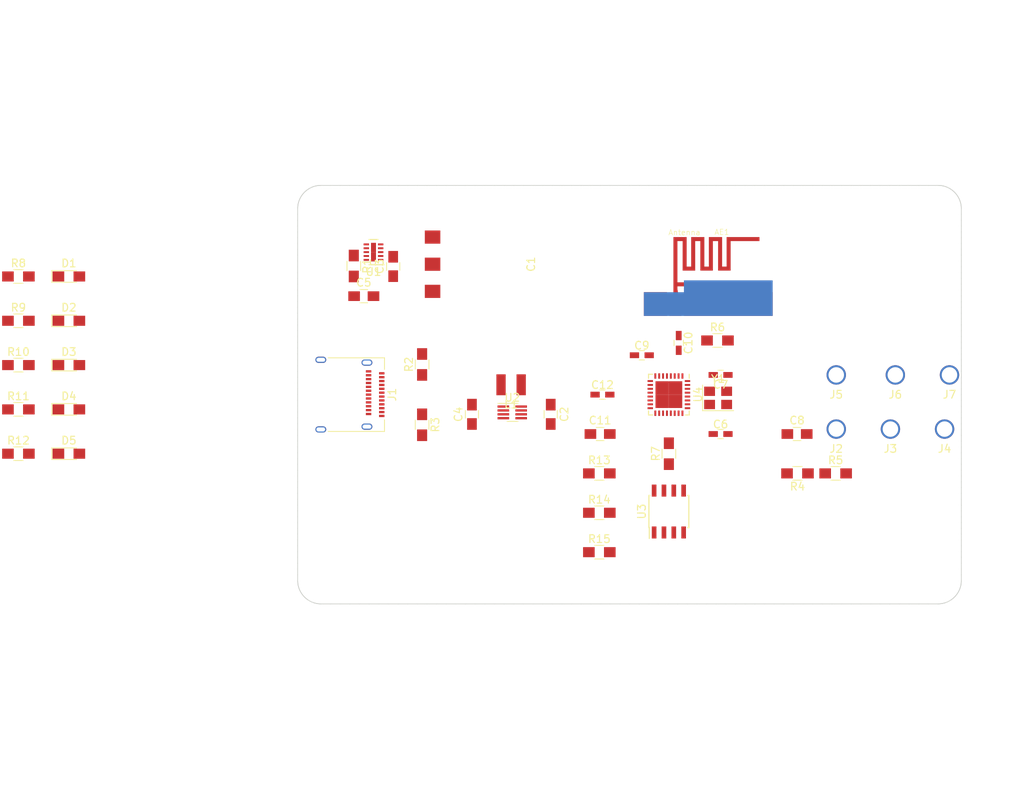
<source format=kicad_pcb>
(kicad_pcb (version 4) (host pcbnew 4.0.7)

  (general
    (links 106)
    (no_connects 106)
    (area -111.875001 -50.900001 50.900001 136.400001)
    (thickness 1.6)
    (drawings 515)
    (tracks 0)
    (zones 0)
    (modules 46)
    (nets 61)
  )

  (page A4)
  (layers
    (0 F.Cu signal)
    (31 B.Cu signal)
    (32 B.Adhes user)
    (33 F.Adhes user)
    (34 B.Paste user)
    (35 F.Paste user)
    (36 B.SilkS user)
    (37 F.SilkS user)
    (38 B.Mask user)
    (39 F.Mask user)
    (40 Dwgs.User user)
    (41 Cmts.User user)
    (42 Eco1.User user)
    (43 Eco2.User user)
    (44 Edge.Cuts user)
    (45 Margin user)
    (46 B.CrtYd user)
    (47 F.CrtYd user)
    (48 B.Fab user)
    (49 F.Fab user)
  )

  (setup
    (last_trace_width 0.25)
    (trace_clearance 0.2)
    (zone_clearance 0.508)
    (zone_45_only no)
    (trace_min 0.2)
    (segment_width 0.2)
    (edge_width 0.15)
    (via_size 0.6)
    (via_drill 0.4)
    (via_min_size 0.4)
    (via_min_drill 0.3)
    (uvia_size 0.3)
    (uvia_drill 0.1)
    (uvias_allowed no)
    (uvia_min_size 0.2)
    (uvia_min_drill 0.1)
    (pcb_text_width 0.3)
    (pcb_text_size 1.5 1.5)
    (mod_edge_width 0.15)
    (mod_text_size 1 1)
    (mod_text_width 0.15)
    (pad_size 1.524 1.524)
    (pad_drill 0.762)
    (pad_to_mask_clearance 0.2)
    (aux_axis_origin 0 0)
    (visible_elements 7FFFFFFF)
    (pcbplotparams
      (layerselection 0x00030_80000001)
      (usegerberextensions false)
      (excludeedgelayer true)
      (linewidth 0.100000)
      (plotframeref false)
      (viasonmask false)
      (mode 1)
      (useauxorigin false)
      (hpglpennumber 1)
      (hpglpenspeed 20)
      (hpglpendiameter 15)
      (hpglpenoverlay 2)
      (psnegative false)
      (psa4output false)
      (plotreference true)
      (plotvalue true)
      (plotinvisibletext false)
      (padsonsilk false)
      (subtractmaskfromsilk false)
      (outputformat 1)
      (mirror false)
      (drillshape 1)
      (scaleselection 1)
      (outputdirectory ""))
  )

  (net 0 "")
  (net 1 "Net-(AE1-Pad1)")
  (net 2 "Net-(C1-Pad1)")
  (net 3 "Net-(C1-Pad2)")
  (net 4 GND)
  (net 5 "Net-(C3-Pad1)")
  (net 6 "Net-(C3-Pad2)")
  (net 7 VDD)
  (net 8 VBUS)
  (net 9 "Net-(C6-Pad1)")
  (net 10 "Net-(C7-Pad1)")
  (net 11 RST)
  (net 12 "Net-(C8-Pad2)")
  (net 13 "Net-(C9-Pad2)")
  (net 14 "Net-(C10-Pad2)")
  (net 15 CHARGE_LED)
  (net 16 "Net-(D1-Pad2)")
  (net 17 "Net-(D2-Pad2)")
  (net 18 "Net-(D3-Pad2)")
  (net 19 "Net-(D4-Pad2)")
  (net 20 "Net-(D5-Pad2)")
  (net 21 "Net-(J1-PadS1)")
  (net 22 "Net-(J1-PadA2)")
  (net 23 "Net-(J1-PadA3)")
  (net 24 "Net-(J1-PadA5)")
  (net 25 "Net-(J1-PadA6)")
  (net 26 "Net-(J1-PadA7)")
  (net 27 "Net-(J1-PadA10)")
  (net 28 "Net-(J1-PadA8)")
  (net 29 "Net-(J1-PadA11)")
  (net 30 "Net-(J1-PadB2)")
  (net 31 "Net-(J1-PadB3)")
  (net 32 "Net-(J1-PadB5)")
  (net 33 "Net-(J1-PadB6)")
  (net 34 "Net-(J1-PadB7)")
  (net 35 "Net-(J1-PadB8)")
  (net 36 "Net-(J1-PadB10)")
  (net 37 "Net-(J1-PadB11)")
  (net 38 "Net-(J3-Pad1)")
  (net 39 "Net-(J4-Pad1)")
  (net 40 MODE)
  (net 41 "Net-(L1-Pad2)")
  (net 42 "Net-(R1-Pad1)")
  (net 43 USB_PWR)
  (net 44 "Net-(R6-Pad2)")
  (net 45 "Net-(R7-Pad1)")
  (net 46 "Net-(R7-Pad2)")
  (net 47 "Net-(R9-Pad1)")
  (net 48 "Net-(R10-Pad1)")
  (net 49 "Net-(R11-Pad1)")
  (net 50 "Net-(R12-Pad1)")
  (net 51 "Net-(R14-Pad1)")
  (net 52 "Net-(R15-Pad1)")
  (net 53 "Net-(U3-Pad1)")
  (net 54 "Net-(U3-Pad2)")
  (net 55 "Net-(U3-Pad3)")
  (net 56 "Net-(U3-Pad5)")
  (net 57 "Net-(U3-Pad7)")
  (net 58 "Net-(U4-Pad5)")
  (net 59 "Net-(U4-Pad6)")
  (net 60 "Net-(U4-Pad24)")

  (net_class Default "Dies ist die voreingestellte Netzklasse."
    (clearance 0.2)
    (trace_width 0.25)
    (via_dia 0.6)
    (via_drill 0.4)
    (uvia_dia 0.3)
    (uvia_drill 0.1)
    (add_net CHARGE_LED)
    (add_net GND)
    (add_net MODE)
    (add_net "Net-(AE1-Pad1)")
    (add_net "Net-(C1-Pad1)")
    (add_net "Net-(C1-Pad2)")
    (add_net "Net-(C10-Pad2)")
    (add_net "Net-(C3-Pad1)")
    (add_net "Net-(C3-Pad2)")
    (add_net "Net-(C6-Pad1)")
    (add_net "Net-(C7-Pad1)")
    (add_net "Net-(C8-Pad2)")
    (add_net "Net-(C9-Pad2)")
    (add_net "Net-(D1-Pad2)")
    (add_net "Net-(D2-Pad2)")
    (add_net "Net-(D3-Pad2)")
    (add_net "Net-(D4-Pad2)")
    (add_net "Net-(D5-Pad2)")
    (add_net "Net-(J1-PadA10)")
    (add_net "Net-(J1-PadA11)")
    (add_net "Net-(J1-PadA2)")
    (add_net "Net-(J1-PadA3)")
    (add_net "Net-(J1-PadA5)")
    (add_net "Net-(J1-PadA6)")
    (add_net "Net-(J1-PadA7)")
    (add_net "Net-(J1-PadA8)")
    (add_net "Net-(J1-PadB10)")
    (add_net "Net-(J1-PadB11)")
    (add_net "Net-(J1-PadB2)")
    (add_net "Net-(J1-PadB3)")
    (add_net "Net-(J1-PadB5)")
    (add_net "Net-(J1-PadB6)")
    (add_net "Net-(J1-PadB7)")
    (add_net "Net-(J1-PadB8)")
    (add_net "Net-(J1-PadS1)")
    (add_net "Net-(J3-Pad1)")
    (add_net "Net-(J4-Pad1)")
    (add_net "Net-(L1-Pad2)")
    (add_net "Net-(R1-Pad1)")
    (add_net "Net-(R10-Pad1)")
    (add_net "Net-(R11-Pad1)")
    (add_net "Net-(R12-Pad1)")
    (add_net "Net-(R14-Pad1)")
    (add_net "Net-(R15-Pad1)")
    (add_net "Net-(R6-Pad2)")
    (add_net "Net-(R7-Pad1)")
    (add_net "Net-(R7-Pad2)")
    (add_net "Net-(R9-Pad1)")
    (add_net "Net-(U3-Pad1)")
    (add_net "Net-(U3-Pad2)")
    (add_net "Net-(U3-Pad3)")
    (add_net "Net-(U3-Pad5)")
    (add_net "Net-(U3-Pad7)")
    (add_net "Net-(U4-Pad24)")
    (add_net "Net-(U4-Pad5)")
    (add_net "Net-(U4-Pad6)")
    (add_net RST)
    (add_net USB_PWR)
    (add_net VBUS)
    (add_net VDD)
  )

  (module MyAntennas:AN91445 (layer F.Cu) (tedit 58664D9E) (tstamp 5AB5015C)
    (at 162.56 86.36)
    (path /5AB24FDC)
    (fp_text reference AE1 (at 1.75 -5.725) (layer F.SilkS)
      (effects (font (size 0.7 0.7) (thickness 0.07)))
    )
    (fp_text value Antenna (at -3.075 -5.675) (layer F.SilkS)
      (effects (font (size 0.7 0.7) (thickness 0.07)))
    )
    (fp_poly (pts (xy -5.334 5.08) (xy -8.297333 5.08) (xy -8.297333 2.032) (xy -5.334 2.032)
      (xy -5.334 5.08)) (layer F.Cu) (width 0.01))
    (fp_poly (pts (xy -2.794 -1.27) (xy -2.201333 -1.27) (xy -2.201333 -5.08) (xy -0.508 -5.08)
      (xy -0.508 -1.27) (xy 0.084667 -1.27) (xy 0.084667 -5.08) (xy 1.778 -5.08)
      (xy 1.778 -1.27) (xy 2.370667 -1.27) (xy 2.370667 -5.08) (xy 6.604 -5.08)
      (xy 6.604 -4.572) (xy 2.878667 -4.572) (xy 2.878667 -0.762) (xy 1.27 -0.762)
      (xy 1.27 -4.572) (xy 0.592667 -4.572) (xy 0.592667 -0.762) (xy -1.016 -0.762)
      (xy -1.016 -4.572) (xy -1.693333 -4.572) (xy -1.693333 -0.762) (xy -3.302 -0.762)
      (xy -3.302 -4.572) (xy -3.979333 -4.572) (xy -3.979333 0.762) (xy 2.963333 0.762)
      (xy 2.963333 1.27) (xy -3.979333 1.27) (xy -3.979333 1.653414) (xy -3.907973 2.095015)
      (xy -3.725333 2.539999) (xy -3.616882 2.765026) (xy -3.544645 2.958245) (xy -3.501305 3.163499)
      (xy -3.479541 3.424628) (xy -3.472037 3.785474) (xy -3.471333 4.061585) (xy -3.471333 5.08)
      (xy -4.995333 5.08) (xy -4.995333 4.103918) (xy -4.992428 3.672772) (xy -4.978472 3.36516)
      (xy -4.945608 3.135313) (xy -4.885975 2.937464) (xy -4.791715 2.725844) (xy -4.741333 2.624666)
      (xy -4.487333 2.121495) (xy -4.487333 -5.08) (xy -2.794 -5.08) (xy -2.794 -1.27)) (layer F.Cu) (width 0.01))
    (fp_poly (pts (xy 8.297333 5.08) (xy -3.132667 5.08) (xy -3.132667 2.032) (xy 8.297333 2.032)
      (xy 8.297333 5.08)) (layer F.Cu) (width 0.01))
    (fp_poly (pts (xy 8.297333 5.086) (xy -8.297333 5.086) (xy -8.297333 2.038) (xy -3.132667 2.038)
      (xy -3.132667 0.514) (xy 8.297333 0.514) (xy 8.297333 5.086)) (layer B.Cu) (width 0.01))
    (pad 1 smd circle (at -4.225 4.525) (size 1 1) (layers F.Cu F.Paste)
      (net 1 "Net-(AE1-Pad1)"))
    (pad 2 smd circle (at -6 4.525) (size 1 1) (layers F.Cu F.Paste))
  )

  (module Murata_DMF3Z:Murata_DMF3Z (layer F.Cu) (tedit 5AB40788) (tstamp 5AB50163)
    (at 127 84.78 90)
    (path /5AAA8D1F)
    (fp_text reference C1 (at 0 12.7 90) (layer F.SilkS)
      (effects (font (size 1 1) (thickness 0.15)))
    )
    (fp_text value DMF3 (at 0 6.35 90) (layer F.Fab)
      (effects (font (size 1 1) (thickness 0.15)))
    )
    (fp_text user B (at 0 2.54 90) (layer F.Fab)
      (effects (font (size 1 1) (thickness 0.15)))
    )
    (fp_line (start -7 4) (end -7 25) (layer F.Fab) (width 0.15))
    (fp_line (start -7 4) (end 7 4) (layer F.Fab) (width 0.15))
    (fp_line (start -7 25) (end 7 25) (layer F.Fab) (width 0.15))
    (fp_line (start 7 4) (end 7 25) (layer F.Fab) (width 0.15))
    (fp_text user + (at 3.81 2.54 90) (layer F.Fab)
      (effects (font (size 1 1) (thickness 0.15)))
    )
    (fp_text user - (at -3.81 2.54 90) (layer F.Fab)
      (effects (font (size 1 1) (thickness 0.15)))
    )
    (pad 1 smd rect (at 3.5 0 90) (size 1.7 2) (layers F.Cu F.Paste F.Mask)
      (net 2 "Net-(C1-Pad1)"))
    (pad 2 smd rect (at 0 0 90) (size 1.7 2) (layers F.Cu F.Paste F.Mask)
      (net 3 "Net-(C1-Pad2)"))
    (pad 3 smd rect (at -3.5 0 90) (size 1.7 2) (layers F.Cu F.Paste F.Mask)
      (net 4 GND))
  )

  (module Capacitors_SMD:C_0805_HandSoldering (layer F.Cu) (tedit 58AA84A8) (tstamp 5AB50169)
    (at 142.24 104.14 270)
    (descr "Capacitor SMD 0805, hand soldering")
    (tags "capacitor 0805")
    (path /5AAC151B)
    (attr smd)
    (fp_text reference C2 (at 0 -1.75 270) (layer F.SilkS)
      (effects (font (size 1 1) (thickness 0.15)))
    )
    (fp_text value 10μF (at 0 1.75 270) (layer F.Fab)
      (effects (font (size 1 1) (thickness 0.15)))
    )
    (fp_text user %R (at 0 -1.75 270) (layer F.Fab)
      (effects (font (size 1 1) (thickness 0.15)))
    )
    (fp_line (start -1 0.62) (end -1 -0.62) (layer F.Fab) (width 0.1))
    (fp_line (start 1 0.62) (end -1 0.62) (layer F.Fab) (width 0.1))
    (fp_line (start 1 -0.62) (end 1 0.62) (layer F.Fab) (width 0.1))
    (fp_line (start -1 -0.62) (end 1 -0.62) (layer F.Fab) (width 0.1))
    (fp_line (start 0.5 -0.85) (end -0.5 -0.85) (layer F.SilkS) (width 0.12))
    (fp_line (start -0.5 0.85) (end 0.5 0.85) (layer F.SilkS) (width 0.12))
    (fp_line (start -2.25 -0.88) (end 2.25 -0.88) (layer F.CrtYd) (width 0.05))
    (fp_line (start -2.25 -0.88) (end -2.25 0.87) (layer F.CrtYd) (width 0.05))
    (fp_line (start 2.25 0.87) (end 2.25 -0.88) (layer F.CrtYd) (width 0.05))
    (fp_line (start 2.25 0.87) (end -2.25 0.87) (layer F.CrtYd) (width 0.05))
    (pad 1 smd rect (at -1.25 0 270) (size 1.5 1.25) (layers F.Cu F.Paste F.Mask)
      (net 2 "Net-(C1-Pad1)"))
    (pad 2 smd rect (at 1.25 0 270) (size 1.5 1.25) (layers F.Cu F.Paste F.Mask)
      (net 4 GND))
    (model Capacitors_SMD.3dshapes/C_0805.wrl
      (at (xyz 0 0 0))
      (scale (xyz 1 1 1))
      (rotate (xyz 0 0 0))
    )
  )

  (module Capacitors_SMD:C_0805_HandSoldering (layer F.Cu) (tedit 58AA84A8) (tstamp 5AB5016F)
    (at 121.92 85.07 90)
    (descr "Capacitor SMD 0805, hand soldering")
    (tags "capacitor 0805")
    (path /5AAA95FB)
    (attr smd)
    (fp_text reference C3 (at 0 -1.75 90) (layer F.SilkS)
      (effects (font (size 1 1) (thickness 0.15)))
    )
    (fp_text value 1μF (at 0 1.75 90) (layer F.Fab)
      (effects (font (size 1 1) (thickness 0.15)))
    )
    (fp_text user %R (at 0 -1.75 90) (layer F.Fab)
      (effects (font (size 1 1) (thickness 0.15)))
    )
    (fp_line (start -1 0.62) (end -1 -0.62) (layer F.Fab) (width 0.1))
    (fp_line (start 1 0.62) (end -1 0.62) (layer F.Fab) (width 0.1))
    (fp_line (start 1 -0.62) (end 1 0.62) (layer F.Fab) (width 0.1))
    (fp_line (start -1 -0.62) (end 1 -0.62) (layer F.Fab) (width 0.1))
    (fp_line (start 0.5 -0.85) (end -0.5 -0.85) (layer F.SilkS) (width 0.12))
    (fp_line (start -0.5 0.85) (end 0.5 0.85) (layer F.SilkS) (width 0.12))
    (fp_line (start -2.25 -0.88) (end 2.25 -0.88) (layer F.CrtYd) (width 0.05))
    (fp_line (start -2.25 -0.88) (end -2.25 0.87) (layer F.CrtYd) (width 0.05))
    (fp_line (start 2.25 0.87) (end 2.25 -0.88) (layer F.CrtYd) (width 0.05))
    (fp_line (start 2.25 0.87) (end -2.25 0.87) (layer F.CrtYd) (width 0.05))
    (pad 1 smd rect (at -1.25 0 90) (size 1.5 1.25) (layers F.Cu F.Paste F.Mask)
      (net 5 "Net-(C3-Pad1)"))
    (pad 2 smd rect (at 1.25 0 90) (size 1.5 1.25) (layers F.Cu F.Paste F.Mask)
      (net 6 "Net-(C3-Pad2)"))
    (model Capacitors_SMD.3dshapes/C_0805.wrl
      (at (xyz 0 0 0))
      (scale (xyz 1 1 1))
      (rotate (xyz 0 0 0))
    )
  )

  (module Capacitors_SMD:C_0805_HandSoldering (layer F.Cu) (tedit 58AA84A8) (tstamp 5AB50175)
    (at 132.08 104.14 90)
    (descr "Capacitor SMD 0805, hand soldering")
    (tags "capacitor 0805")
    (path /5AAC2CD4)
    (attr smd)
    (fp_text reference C4 (at 0 -1.75 90) (layer F.SilkS)
      (effects (font (size 1 1) (thickness 0.15)))
    )
    (fp_text value 10μF (at 0 1.75 90) (layer F.Fab)
      (effects (font (size 1 1) (thickness 0.15)))
    )
    (fp_text user %R (at 0 -1.75 90) (layer F.Fab)
      (effects (font (size 1 1) (thickness 0.15)))
    )
    (fp_line (start -1 0.62) (end -1 -0.62) (layer F.Fab) (width 0.1))
    (fp_line (start 1 0.62) (end -1 0.62) (layer F.Fab) (width 0.1))
    (fp_line (start 1 -0.62) (end 1 0.62) (layer F.Fab) (width 0.1))
    (fp_line (start -1 -0.62) (end 1 -0.62) (layer F.Fab) (width 0.1))
    (fp_line (start 0.5 -0.85) (end -0.5 -0.85) (layer F.SilkS) (width 0.12))
    (fp_line (start -0.5 0.85) (end 0.5 0.85) (layer F.SilkS) (width 0.12))
    (fp_line (start -2.25 -0.88) (end 2.25 -0.88) (layer F.CrtYd) (width 0.05))
    (fp_line (start -2.25 -0.88) (end -2.25 0.87) (layer F.CrtYd) (width 0.05))
    (fp_line (start 2.25 0.87) (end 2.25 -0.88) (layer F.CrtYd) (width 0.05))
    (fp_line (start 2.25 0.87) (end -2.25 0.87) (layer F.CrtYd) (width 0.05))
    (pad 1 smd rect (at -1.25 0 90) (size 1.5 1.25) (layers F.Cu F.Paste F.Mask)
      (net 7 VDD))
    (pad 2 smd rect (at 1.25 0 90) (size 1.5 1.25) (layers F.Cu F.Paste F.Mask)
      (net 4 GND))
    (model Capacitors_SMD.3dshapes/C_0805.wrl
      (at (xyz 0 0 0))
      (scale (xyz 1 1 1))
      (rotate (xyz 0 0 0))
    )
  )

  (module Capacitors_SMD:C_0805_HandSoldering (layer F.Cu) (tedit 58AA84A8) (tstamp 5AB5017B)
    (at 118.13 88.9)
    (descr "Capacitor SMD 0805, hand soldering")
    (tags "capacitor 0805")
    (path /5AAAAFD7)
    (attr smd)
    (fp_text reference C5 (at 0 -1.75) (layer F.SilkS)
      (effects (font (size 1 1) (thickness 0.15)))
    )
    (fp_text value 2.2μF (at 0 1.75) (layer F.Fab)
      (effects (font (size 1 1) (thickness 0.15)))
    )
    (fp_text user %R (at 0 -1.75) (layer F.Fab)
      (effects (font (size 1 1) (thickness 0.15)))
    )
    (fp_line (start -1 0.62) (end -1 -0.62) (layer F.Fab) (width 0.1))
    (fp_line (start 1 0.62) (end -1 0.62) (layer F.Fab) (width 0.1))
    (fp_line (start 1 -0.62) (end 1 0.62) (layer F.Fab) (width 0.1))
    (fp_line (start -1 -0.62) (end 1 -0.62) (layer F.Fab) (width 0.1))
    (fp_line (start 0.5 -0.85) (end -0.5 -0.85) (layer F.SilkS) (width 0.12))
    (fp_line (start -0.5 0.85) (end 0.5 0.85) (layer F.SilkS) (width 0.12))
    (fp_line (start -2.25 -0.88) (end 2.25 -0.88) (layer F.CrtYd) (width 0.05))
    (fp_line (start -2.25 -0.88) (end -2.25 0.87) (layer F.CrtYd) (width 0.05))
    (fp_line (start 2.25 0.87) (end 2.25 -0.88) (layer F.CrtYd) (width 0.05))
    (fp_line (start 2.25 0.87) (end -2.25 0.87) (layer F.CrtYd) (width 0.05))
    (pad 1 smd rect (at -1.25 0) (size 1.5 1.25) (layers F.Cu F.Paste F.Mask)
      (net 8 VBUS))
    (pad 2 smd rect (at 1.25 0) (size 1.5 1.25) (layers F.Cu F.Paste F.Mask)
      (net 4 GND))
    (model Capacitors_SMD.3dshapes/C_0805.wrl
      (at (xyz 0 0 0))
      (scale (xyz 1 1 1))
      (rotate (xyz 0 0 0))
    )
  )

  (module Capacitors_SMD:C_0603_HandSoldering (layer F.Cu) (tedit 58AA848B) (tstamp 5AB50181)
    (at 164.15 106.68)
    (descr "Capacitor SMD 0603, hand soldering")
    (tags "capacitor 0603")
    (path /5AAD502A)
    (attr smd)
    (fp_text reference C6 (at 0 -1.25) (layer F.SilkS)
      (effects (font (size 1 1) (thickness 0.15)))
    )
    (fp_text value 10pF (at 0 1.5) (layer F.Fab)
      (effects (font (size 1 1) (thickness 0.15)))
    )
    (fp_text user %R (at 0 -1.25) (layer F.Fab)
      (effects (font (size 1 1) (thickness 0.15)))
    )
    (fp_line (start -0.8 0.4) (end -0.8 -0.4) (layer F.Fab) (width 0.1))
    (fp_line (start 0.8 0.4) (end -0.8 0.4) (layer F.Fab) (width 0.1))
    (fp_line (start 0.8 -0.4) (end 0.8 0.4) (layer F.Fab) (width 0.1))
    (fp_line (start -0.8 -0.4) (end 0.8 -0.4) (layer F.Fab) (width 0.1))
    (fp_line (start -0.35 -0.6) (end 0.35 -0.6) (layer F.SilkS) (width 0.12))
    (fp_line (start 0.35 0.6) (end -0.35 0.6) (layer F.SilkS) (width 0.12))
    (fp_line (start -1.8 -0.65) (end 1.8 -0.65) (layer F.CrtYd) (width 0.05))
    (fp_line (start -1.8 -0.65) (end -1.8 0.65) (layer F.CrtYd) (width 0.05))
    (fp_line (start 1.8 0.65) (end 1.8 -0.65) (layer F.CrtYd) (width 0.05))
    (fp_line (start 1.8 0.65) (end -1.8 0.65) (layer F.CrtYd) (width 0.05))
    (pad 1 smd rect (at -0.95 0) (size 1.2 0.75) (layers F.Cu F.Paste F.Mask)
      (net 9 "Net-(C6-Pad1)"))
    (pad 2 smd rect (at 0.95 0) (size 1.2 0.75) (layers F.Cu F.Paste F.Mask)
      (net 4 GND))
    (model Capacitors_SMD.3dshapes/C_0603.wrl
      (at (xyz 0 0 0))
      (scale (xyz 1 1 1))
      (rotate (xyz 0 0 0))
    )
  )

  (module Capacitors_SMD:C_0603_HandSoldering (layer F.Cu) (tedit 58AA848B) (tstamp 5AB50187)
    (at 164.15 99.06 180)
    (descr "Capacitor SMD 0603, hand soldering")
    (tags "capacitor 0603")
    (path /5AAD49A7)
    (attr smd)
    (fp_text reference C7 (at 0 -1.25 180) (layer F.SilkS)
      (effects (font (size 1 1) (thickness 0.15)))
    )
    (fp_text value 10pF (at 0 1.5 180) (layer F.Fab)
      (effects (font (size 1 1) (thickness 0.15)))
    )
    (fp_text user %R (at 0 -1.25 180) (layer F.Fab)
      (effects (font (size 1 1) (thickness 0.15)))
    )
    (fp_line (start -0.8 0.4) (end -0.8 -0.4) (layer F.Fab) (width 0.1))
    (fp_line (start 0.8 0.4) (end -0.8 0.4) (layer F.Fab) (width 0.1))
    (fp_line (start 0.8 -0.4) (end 0.8 0.4) (layer F.Fab) (width 0.1))
    (fp_line (start -0.8 -0.4) (end 0.8 -0.4) (layer F.Fab) (width 0.1))
    (fp_line (start -0.35 -0.6) (end 0.35 -0.6) (layer F.SilkS) (width 0.12))
    (fp_line (start 0.35 0.6) (end -0.35 0.6) (layer F.SilkS) (width 0.12))
    (fp_line (start -1.8 -0.65) (end 1.8 -0.65) (layer F.CrtYd) (width 0.05))
    (fp_line (start -1.8 -0.65) (end -1.8 0.65) (layer F.CrtYd) (width 0.05))
    (fp_line (start 1.8 0.65) (end 1.8 -0.65) (layer F.CrtYd) (width 0.05))
    (fp_line (start 1.8 0.65) (end -1.8 0.65) (layer F.CrtYd) (width 0.05))
    (pad 1 smd rect (at -0.95 0 180) (size 1.2 0.75) (layers F.Cu F.Paste F.Mask)
      (net 10 "Net-(C7-Pad1)"))
    (pad 2 smd rect (at 0.95 0 180) (size 1.2 0.75) (layers F.Cu F.Paste F.Mask)
      (net 4 GND))
    (model Capacitors_SMD.3dshapes/C_0603.wrl
      (at (xyz 0 0 0))
      (scale (xyz 1 1 1))
      (rotate (xyz 0 0 0))
    )
  )

  (module Capacitors_SMD:C_0805_HandSoldering (layer F.Cu) (tedit 58AA84A8) (tstamp 5AB5018D)
    (at 174.01 106.68)
    (descr "Capacitor SMD 0805, hand soldering")
    (tags "capacitor 0805")
    (path /5AB287B2)
    (attr smd)
    (fp_text reference C8 (at 0 -1.75) (layer F.SilkS)
      (effects (font (size 1 1) (thickness 0.15)))
    )
    (fp_text value 10μF (at 0 1.75) (layer F.Fab)
      (effects (font (size 1 1) (thickness 0.15)))
    )
    (fp_text user %R (at 0 -1.75) (layer F.Fab)
      (effects (font (size 1 1) (thickness 0.15)))
    )
    (fp_line (start -1 0.62) (end -1 -0.62) (layer F.Fab) (width 0.1))
    (fp_line (start 1 0.62) (end -1 0.62) (layer F.Fab) (width 0.1))
    (fp_line (start 1 -0.62) (end 1 0.62) (layer F.Fab) (width 0.1))
    (fp_line (start -1 -0.62) (end 1 -0.62) (layer F.Fab) (width 0.1))
    (fp_line (start 0.5 -0.85) (end -0.5 -0.85) (layer F.SilkS) (width 0.12))
    (fp_line (start -0.5 0.85) (end 0.5 0.85) (layer F.SilkS) (width 0.12))
    (fp_line (start -2.25 -0.88) (end 2.25 -0.88) (layer F.CrtYd) (width 0.05))
    (fp_line (start -2.25 -0.88) (end -2.25 0.87) (layer F.CrtYd) (width 0.05))
    (fp_line (start 2.25 0.87) (end 2.25 -0.88) (layer F.CrtYd) (width 0.05))
    (fp_line (start 2.25 0.87) (end -2.25 0.87) (layer F.CrtYd) (width 0.05))
    (pad 1 smd rect (at -1.25 0) (size 1.5 1.25) (layers F.Cu F.Paste F.Mask)
      (net 11 RST))
    (pad 2 smd rect (at 1.25 0) (size 1.5 1.25) (layers F.Cu F.Paste F.Mask)
      (net 12 "Net-(C8-Pad2)"))
    (model Capacitors_SMD.3dshapes/C_0805.wrl
      (at (xyz 0 0 0))
      (scale (xyz 1 1 1))
      (rotate (xyz 0 0 0))
    )
  )

  (module Capacitors_SMD:C_0603_HandSoldering (layer F.Cu) (tedit 58AA848B) (tstamp 5AB50193)
    (at 153.99 96.52)
    (descr "Capacitor SMD 0603, hand soldering")
    (tags "capacitor 0603")
    (path /5AAD95DC)
    (attr smd)
    (fp_text reference C9 (at 0 -1.25) (layer F.SilkS)
      (effects (font (size 1 1) (thickness 0.15)))
    )
    (fp_text value 1μF (at 0 1.5) (layer F.Fab)
      (effects (font (size 1 1) (thickness 0.15)))
    )
    (fp_text user %R (at 0 -1.25) (layer F.Fab)
      (effects (font (size 1 1) (thickness 0.15)))
    )
    (fp_line (start -0.8 0.4) (end -0.8 -0.4) (layer F.Fab) (width 0.1))
    (fp_line (start 0.8 0.4) (end -0.8 0.4) (layer F.Fab) (width 0.1))
    (fp_line (start 0.8 -0.4) (end 0.8 0.4) (layer F.Fab) (width 0.1))
    (fp_line (start -0.8 -0.4) (end 0.8 -0.4) (layer F.Fab) (width 0.1))
    (fp_line (start -0.35 -0.6) (end 0.35 -0.6) (layer F.SilkS) (width 0.12))
    (fp_line (start 0.35 0.6) (end -0.35 0.6) (layer F.SilkS) (width 0.12))
    (fp_line (start -1.8 -0.65) (end 1.8 -0.65) (layer F.CrtYd) (width 0.05))
    (fp_line (start -1.8 -0.65) (end -1.8 0.65) (layer F.CrtYd) (width 0.05))
    (fp_line (start 1.8 0.65) (end 1.8 -0.65) (layer F.CrtYd) (width 0.05))
    (fp_line (start 1.8 0.65) (end -1.8 0.65) (layer F.CrtYd) (width 0.05))
    (pad 1 smd rect (at -0.95 0) (size 1.2 0.75) (layers F.Cu F.Paste F.Mask)
      (net 7 VDD))
    (pad 2 smd rect (at 0.95 0) (size 1.2 0.75) (layers F.Cu F.Paste F.Mask)
      (net 13 "Net-(C9-Pad2)"))
    (model Capacitors_SMD.3dshapes/C_0603.wrl
      (at (xyz 0 0 0))
      (scale (xyz 1 1 1))
      (rotate (xyz 0 0 0))
    )
  )

  (module Capacitors_SMD:C_0603_HandSoldering (layer F.Cu) (tedit 58AA848B) (tstamp 5AB50199)
    (at 158.75 94.93 270)
    (descr "Capacitor SMD 0603, hand soldering")
    (tags "capacitor 0603")
    (path /5AACE32B)
    (attr smd)
    (fp_text reference C10 (at 0 -1.25 270) (layer F.SilkS)
      (effects (font (size 1 1) (thickness 0.15)))
    )
    (fp_text value 5.6pF (at 0 1.5 270) (layer F.Fab)
      (effects (font (size 1 1) (thickness 0.15)))
    )
    (fp_text user %R (at 0 -1.25 270) (layer F.Fab)
      (effects (font (size 1 1) (thickness 0.15)))
    )
    (fp_line (start -0.8 0.4) (end -0.8 -0.4) (layer F.Fab) (width 0.1))
    (fp_line (start 0.8 0.4) (end -0.8 0.4) (layer F.Fab) (width 0.1))
    (fp_line (start 0.8 -0.4) (end 0.8 0.4) (layer F.Fab) (width 0.1))
    (fp_line (start -0.8 -0.4) (end 0.8 -0.4) (layer F.Fab) (width 0.1))
    (fp_line (start -0.35 -0.6) (end 0.35 -0.6) (layer F.SilkS) (width 0.12))
    (fp_line (start 0.35 0.6) (end -0.35 0.6) (layer F.SilkS) (width 0.12))
    (fp_line (start -1.8 -0.65) (end 1.8 -0.65) (layer F.CrtYd) (width 0.05))
    (fp_line (start -1.8 -0.65) (end -1.8 0.65) (layer F.CrtYd) (width 0.05))
    (fp_line (start 1.8 0.65) (end 1.8 -0.65) (layer F.CrtYd) (width 0.05))
    (fp_line (start 1.8 0.65) (end -1.8 0.65) (layer F.CrtYd) (width 0.05))
    (pad 1 smd rect (at -0.95 0 270) (size 1.2 0.75) (layers F.Cu F.Paste F.Mask)
      (net 1 "Net-(AE1-Pad1)"))
    (pad 2 smd rect (at 0.95 0 270) (size 1.2 0.75) (layers F.Cu F.Paste F.Mask)
      (net 14 "Net-(C10-Pad2)"))
    (model Capacitors_SMD.3dshapes/C_0603.wrl
      (at (xyz 0 0 0))
      (scale (xyz 1 1 1))
      (rotate (xyz 0 0 0))
    )
  )

  (module Capacitors_SMD:C_0805_HandSoldering (layer F.Cu) (tedit 58AA84A8) (tstamp 5AB5019F)
    (at 148.61 106.68)
    (descr "Capacitor SMD 0805, hand soldering")
    (tags "capacitor 0805")
    (path /5AAC2824)
    (attr smd)
    (fp_text reference C11 (at 0 -1.75) (layer F.SilkS)
      (effects (font (size 1 1) (thickness 0.15)))
    )
    (fp_text value 10μF (at 0 1.75) (layer F.Fab)
      (effects (font (size 1 1) (thickness 0.15)))
    )
    (fp_text user %R (at 0 -1.75) (layer F.Fab)
      (effects (font (size 1 1) (thickness 0.15)))
    )
    (fp_line (start -1 0.62) (end -1 -0.62) (layer F.Fab) (width 0.1))
    (fp_line (start 1 0.62) (end -1 0.62) (layer F.Fab) (width 0.1))
    (fp_line (start 1 -0.62) (end 1 0.62) (layer F.Fab) (width 0.1))
    (fp_line (start -1 -0.62) (end 1 -0.62) (layer F.Fab) (width 0.1))
    (fp_line (start 0.5 -0.85) (end -0.5 -0.85) (layer F.SilkS) (width 0.12))
    (fp_line (start -0.5 0.85) (end 0.5 0.85) (layer F.SilkS) (width 0.12))
    (fp_line (start -2.25 -0.88) (end 2.25 -0.88) (layer F.CrtYd) (width 0.05))
    (fp_line (start -2.25 -0.88) (end -2.25 0.87) (layer F.CrtYd) (width 0.05))
    (fp_line (start 2.25 0.87) (end 2.25 -0.88) (layer F.CrtYd) (width 0.05))
    (fp_line (start 2.25 0.87) (end -2.25 0.87) (layer F.CrtYd) (width 0.05))
    (pad 1 smd rect (at -1.25 0) (size 1.5 1.25) (layers F.Cu F.Paste F.Mask)
      (net 7 VDD))
    (pad 2 smd rect (at 1.25 0) (size 1.5 1.25) (layers F.Cu F.Paste F.Mask)
      (net 4 GND))
    (model Capacitors_SMD.3dshapes/C_0805.wrl
      (at (xyz 0 0 0))
      (scale (xyz 1 1 1))
      (rotate (xyz 0 0 0))
    )
  )

  (module Capacitors_SMD:C_0603_HandSoldering (layer F.Cu) (tedit 58AA848B) (tstamp 5AB501A5)
    (at 148.91 101.6)
    (descr "Capacitor SMD 0603, hand soldering")
    (tags "capacitor 0603")
    (path /5AAC131F)
    (attr smd)
    (fp_text reference C12 (at 0 -1.25) (layer F.SilkS)
      (effects (font (size 1 1) (thickness 0.15)))
    )
    (fp_text value 0.1μF (at 0 1.5) (layer F.Fab)
      (effects (font (size 1 1) (thickness 0.15)))
    )
    (fp_text user %R (at 0 -1.25) (layer F.Fab)
      (effects (font (size 1 1) (thickness 0.15)))
    )
    (fp_line (start -0.8 0.4) (end -0.8 -0.4) (layer F.Fab) (width 0.1))
    (fp_line (start 0.8 0.4) (end -0.8 0.4) (layer F.Fab) (width 0.1))
    (fp_line (start 0.8 -0.4) (end 0.8 0.4) (layer F.Fab) (width 0.1))
    (fp_line (start -0.8 -0.4) (end 0.8 -0.4) (layer F.Fab) (width 0.1))
    (fp_line (start -0.35 -0.6) (end 0.35 -0.6) (layer F.SilkS) (width 0.12))
    (fp_line (start 0.35 0.6) (end -0.35 0.6) (layer F.SilkS) (width 0.12))
    (fp_line (start -1.8 -0.65) (end 1.8 -0.65) (layer F.CrtYd) (width 0.05))
    (fp_line (start -1.8 -0.65) (end -1.8 0.65) (layer F.CrtYd) (width 0.05))
    (fp_line (start 1.8 0.65) (end 1.8 -0.65) (layer F.CrtYd) (width 0.05))
    (fp_line (start 1.8 0.65) (end -1.8 0.65) (layer F.CrtYd) (width 0.05))
    (pad 1 smd rect (at -0.95 0) (size 1.2 0.75) (layers F.Cu F.Paste F.Mask)
      (net 7 VDD))
    (pad 2 smd rect (at 0.95 0) (size 1.2 0.75) (layers F.Cu F.Paste F.Mask)
      (net 4 GND))
    (model Capacitors_SMD.3dshapes/C_0603.wrl
      (at (xyz 0 0 0))
      (scale (xyz 1 1 1))
      (rotate (xyz 0 0 0))
    )
  )

  (module LEDs:LED_0805_HandSoldering (layer F.Cu) (tedit 595FCA25) (tstamp 5AB501AB)
    (at 80.09 86.36)
    (descr "Resistor SMD 0805, hand soldering")
    (tags "resistor 0805")
    (path /5AB538F0)
    (attr smd)
    (fp_text reference D1 (at 0 -1.7) (layer F.SilkS)
      (effects (font (size 1 1) (thickness 0.15)))
    )
    (fp_text value LED (at 0 1.75) (layer F.Fab)
      (effects (font (size 1 1) (thickness 0.15)))
    )
    (fp_line (start -0.4 -0.4) (end -0.4 0.4) (layer F.Fab) (width 0.1))
    (fp_line (start -0.4 0) (end 0.2 -0.4) (layer F.Fab) (width 0.1))
    (fp_line (start 0.2 0.4) (end -0.4 0) (layer F.Fab) (width 0.1))
    (fp_line (start 0.2 -0.4) (end 0.2 0.4) (layer F.Fab) (width 0.1))
    (fp_line (start -1 0.62) (end -1 -0.62) (layer F.Fab) (width 0.1))
    (fp_line (start 1 0.62) (end -1 0.62) (layer F.Fab) (width 0.1))
    (fp_line (start 1 -0.62) (end 1 0.62) (layer F.Fab) (width 0.1))
    (fp_line (start -1 -0.62) (end 1 -0.62) (layer F.Fab) (width 0.1))
    (fp_line (start 1 0.75) (end -2.2 0.75) (layer F.SilkS) (width 0.12))
    (fp_line (start -2.2 -0.75) (end 1 -0.75) (layer F.SilkS) (width 0.12))
    (fp_line (start -2.35 -0.9) (end 2.35 -0.9) (layer F.CrtYd) (width 0.05))
    (fp_line (start -2.35 -0.9) (end -2.35 0.9) (layer F.CrtYd) (width 0.05))
    (fp_line (start 2.35 0.9) (end 2.35 -0.9) (layer F.CrtYd) (width 0.05))
    (fp_line (start 2.35 0.9) (end -2.35 0.9) (layer F.CrtYd) (width 0.05))
    (fp_line (start -2.2 -0.75) (end -2.2 0.75) (layer F.SilkS) (width 0.12))
    (pad 1 smd rect (at -1.35 0) (size 1.5 1.3) (layers F.Cu F.Paste F.Mask)
      (net 15 CHARGE_LED))
    (pad 2 smd rect (at 1.35 0) (size 1.5 1.3) (layers F.Cu F.Paste F.Mask)
      (net 16 "Net-(D1-Pad2)"))
    (model ${KISYS3DMOD}/LEDs.3dshapes/LED_0805.wrl
      (at (xyz 0 0 0))
      (scale (xyz 1 1 1))
      (rotate (xyz 0 0 0))
    )
  )

  (module LEDs:LED_0805_HandSoldering (layer F.Cu) (tedit 595FCA25) (tstamp 5AB501B1)
    (at 80.09 92.075)
    (descr "Resistor SMD 0805, hand soldering")
    (tags "resistor 0805")
    (path /5AB53858)
    (attr smd)
    (fp_text reference D2 (at 0 -1.7) (layer F.SilkS)
      (effects (font (size 1 1) (thickness 0.15)))
    )
    (fp_text value LED (at 0 1.75) (layer F.Fab)
      (effects (font (size 1 1) (thickness 0.15)))
    )
    (fp_line (start -0.4 -0.4) (end -0.4 0.4) (layer F.Fab) (width 0.1))
    (fp_line (start -0.4 0) (end 0.2 -0.4) (layer F.Fab) (width 0.1))
    (fp_line (start 0.2 0.4) (end -0.4 0) (layer F.Fab) (width 0.1))
    (fp_line (start 0.2 -0.4) (end 0.2 0.4) (layer F.Fab) (width 0.1))
    (fp_line (start -1 0.62) (end -1 -0.62) (layer F.Fab) (width 0.1))
    (fp_line (start 1 0.62) (end -1 0.62) (layer F.Fab) (width 0.1))
    (fp_line (start 1 -0.62) (end 1 0.62) (layer F.Fab) (width 0.1))
    (fp_line (start -1 -0.62) (end 1 -0.62) (layer F.Fab) (width 0.1))
    (fp_line (start 1 0.75) (end -2.2 0.75) (layer F.SilkS) (width 0.12))
    (fp_line (start -2.2 -0.75) (end 1 -0.75) (layer F.SilkS) (width 0.12))
    (fp_line (start -2.35 -0.9) (end 2.35 -0.9) (layer F.CrtYd) (width 0.05))
    (fp_line (start -2.35 -0.9) (end -2.35 0.9) (layer F.CrtYd) (width 0.05))
    (fp_line (start 2.35 0.9) (end 2.35 -0.9) (layer F.CrtYd) (width 0.05))
    (fp_line (start 2.35 0.9) (end -2.35 0.9) (layer F.CrtYd) (width 0.05))
    (fp_line (start -2.2 -0.75) (end -2.2 0.75) (layer F.SilkS) (width 0.12))
    (pad 1 smd rect (at -1.35 0) (size 1.5 1.3) (layers F.Cu F.Paste F.Mask)
      (net 4 GND))
    (pad 2 smd rect (at 1.35 0) (size 1.5 1.3) (layers F.Cu F.Paste F.Mask)
      (net 17 "Net-(D2-Pad2)"))
    (model ${KISYS3DMOD}/LEDs.3dshapes/LED_0805.wrl
      (at (xyz 0 0 0))
      (scale (xyz 1 1 1))
      (rotate (xyz 0 0 0))
    )
  )

  (module LEDs:LED_0805_HandSoldering (layer F.Cu) (tedit 595FCA25) (tstamp 5AB501B7)
    (at 80.09 97.79)
    (descr "Resistor SMD 0805, hand soldering")
    (tags "resistor 0805")
    (path /5AB5244A)
    (attr smd)
    (fp_text reference D3 (at 0 -1.7) (layer F.SilkS)
      (effects (font (size 1 1) (thickness 0.15)))
    )
    (fp_text value LED (at 0 1.75) (layer F.Fab)
      (effects (font (size 1 1) (thickness 0.15)))
    )
    (fp_line (start -0.4 -0.4) (end -0.4 0.4) (layer F.Fab) (width 0.1))
    (fp_line (start -0.4 0) (end 0.2 -0.4) (layer F.Fab) (width 0.1))
    (fp_line (start 0.2 0.4) (end -0.4 0) (layer F.Fab) (width 0.1))
    (fp_line (start 0.2 -0.4) (end 0.2 0.4) (layer F.Fab) (width 0.1))
    (fp_line (start -1 0.62) (end -1 -0.62) (layer F.Fab) (width 0.1))
    (fp_line (start 1 0.62) (end -1 0.62) (layer F.Fab) (width 0.1))
    (fp_line (start 1 -0.62) (end 1 0.62) (layer F.Fab) (width 0.1))
    (fp_line (start -1 -0.62) (end 1 -0.62) (layer F.Fab) (width 0.1))
    (fp_line (start 1 0.75) (end -2.2 0.75) (layer F.SilkS) (width 0.12))
    (fp_line (start -2.2 -0.75) (end 1 -0.75) (layer F.SilkS) (width 0.12))
    (fp_line (start -2.35 -0.9) (end 2.35 -0.9) (layer F.CrtYd) (width 0.05))
    (fp_line (start -2.35 -0.9) (end -2.35 0.9) (layer F.CrtYd) (width 0.05))
    (fp_line (start 2.35 0.9) (end 2.35 -0.9) (layer F.CrtYd) (width 0.05))
    (fp_line (start 2.35 0.9) (end -2.35 0.9) (layer F.CrtYd) (width 0.05))
    (fp_line (start -2.2 -0.75) (end -2.2 0.75) (layer F.SilkS) (width 0.12))
    (pad 1 smd rect (at -1.35 0) (size 1.5 1.3) (layers F.Cu F.Paste F.Mask)
      (net 4 GND))
    (pad 2 smd rect (at 1.35 0) (size 1.5 1.3) (layers F.Cu F.Paste F.Mask)
      (net 18 "Net-(D3-Pad2)"))
    (model ${KISYS3DMOD}/LEDs.3dshapes/LED_0805.wrl
      (at (xyz 0 0 0))
      (scale (xyz 1 1 1))
      (rotate (xyz 0 0 0))
    )
  )

  (module LEDs:LED_0805_HandSoldering (layer F.Cu) (tedit 595FCA25) (tstamp 5AB501BD)
    (at 80.09 103.505)
    (descr "Resistor SMD 0805, hand soldering")
    (tags "resistor 0805")
    (path /5AB523BA)
    (attr smd)
    (fp_text reference D4 (at 0 -1.7) (layer F.SilkS)
      (effects (font (size 1 1) (thickness 0.15)))
    )
    (fp_text value LED (at 0 1.75) (layer F.Fab)
      (effects (font (size 1 1) (thickness 0.15)))
    )
    (fp_line (start -0.4 -0.4) (end -0.4 0.4) (layer F.Fab) (width 0.1))
    (fp_line (start -0.4 0) (end 0.2 -0.4) (layer F.Fab) (width 0.1))
    (fp_line (start 0.2 0.4) (end -0.4 0) (layer F.Fab) (width 0.1))
    (fp_line (start 0.2 -0.4) (end 0.2 0.4) (layer F.Fab) (width 0.1))
    (fp_line (start -1 0.62) (end -1 -0.62) (layer F.Fab) (width 0.1))
    (fp_line (start 1 0.62) (end -1 0.62) (layer F.Fab) (width 0.1))
    (fp_line (start 1 -0.62) (end 1 0.62) (layer F.Fab) (width 0.1))
    (fp_line (start -1 -0.62) (end 1 -0.62) (layer F.Fab) (width 0.1))
    (fp_line (start 1 0.75) (end -2.2 0.75) (layer F.SilkS) (width 0.12))
    (fp_line (start -2.2 -0.75) (end 1 -0.75) (layer F.SilkS) (width 0.12))
    (fp_line (start -2.35 -0.9) (end 2.35 -0.9) (layer F.CrtYd) (width 0.05))
    (fp_line (start -2.35 -0.9) (end -2.35 0.9) (layer F.CrtYd) (width 0.05))
    (fp_line (start 2.35 0.9) (end 2.35 -0.9) (layer F.CrtYd) (width 0.05))
    (fp_line (start 2.35 0.9) (end -2.35 0.9) (layer F.CrtYd) (width 0.05))
    (fp_line (start -2.2 -0.75) (end -2.2 0.75) (layer F.SilkS) (width 0.12))
    (pad 1 smd rect (at -1.35 0) (size 1.5 1.3) (layers F.Cu F.Paste F.Mask)
      (net 4 GND))
    (pad 2 smd rect (at 1.35 0) (size 1.5 1.3) (layers F.Cu F.Paste F.Mask)
      (net 19 "Net-(D4-Pad2)"))
    (model ${KISYS3DMOD}/LEDs.3dshapes/LED_0805.wrl
      (at (xyz 0 0 0))
      (scale (xyz 1 1 1))
      (rotate (xyz 0 0 0))
    )
  )

  (module LEDs:LED_0805_HandSoldering (layer F.Cu) (tedit 595FCA25) (tstamp 5AB501C3)
    (at 80.09 109.22)
    (descr "Resistor SMD 0805, hand soldering")
    (tags "resistor 0805")
    (path /5AAAD96E)
    (attr smd)
    (fp_text reference D5 (at 0 -1.7) (layer F.SilkS)
      (effects (font (size 1 1) (thickness 0.15)))
    )
    (fp_text value LED (at 0 1.75) (layer F.Fab)
      (effects (font (size 1 1) (thickness 0.15)))
    )
    (fp_line (start -0.4 -0.4) (end -0.4 0.4) (layer F.Fab) (width 0.1))
    (fp_line (start -0.4 0) (end 0.2 -0.4) (layer F.Fab) (width 0.1))
    (fp_line (start 0.2 0.4) (end -0.4 0) (layer F.Fab) (width 0.1))
    (fp_line (start 0.2 -0.4) (end 0.2 0.4) (layer F.Fab) (width 0.1))
    (fp_line (start -1 0.62) (end -1 -0.62) (layer F.Fab) (width 0.1))
    (fp_line (start 1 0.62) (end -1 0.62) (layer F.Fab) (width 0.1))
    (fp_line (start 1 -0.62) (end 1 0.62) (layer F.Fab) (width 0.1))
    (fp_line (start -1 -0.62) (end 1 -0.62) (layer F.Fab) (width 0.1))
    (fp_line (start 1 0.75) (end -2.2 0.75) (layer F.SilkS) (width 0.12))
    (fp_line (start -2.2 -0.75) (end 1 -0.75) (layer F.SilkS) (width 0.12))
    (fp_line (start -2.35 -0.9) (end 2.35 -0.9) (layer F.CrtYd) (width 0.05))
    (fp_line (start -2.35 -0.9) (end -2.35 0.9) (layer F.CrtYd) (width 0.05))
    (fp_line (start 2.35 0.9) (end 2.35 -0.9) (layer F.CrtYd) (width 0.05))
    (fp_line (start 2.35 0.9) (end -2.35 0.9) (layer F.CrtYd) (width 0.05))
    (fp_line (start -2.2 -0.75) (end -2.2 0.75) (layer F.SilkS) (width 0.12))
    (pad 1 smd rect (at -1.35 0) (size 1.5 1.3) (layers F.Cu F.Paste F.Mask)
      (net 4 GND))
    (pad 2 smd rect (at 1.35 0) (size 1.5 1.3) (layers F.Cu F.Paste F.Mask)
      (net 20 "Net-(D5-Pad2)"))
    (model ${KISYS3DMOD}/LEDs.3dshapes/LED_0805.wrl
      (at (xyz 0 0 0))
      (scale (xyz 1 1 1))
      (rotate (xyz 0 0 0))
    )
  )

  (module Connectors_USB:USB_C_Receptacle_Amphenol_12401610E4-2A (layer F.Cu) (tedit 5923787B) (tstamp 5AB501E5)
    (at 115.425 101.6 270)
    (descr "USB TYPE C, RA RCPT PCB, SMT, https://www.amphenolcanada.com/StockAvailabilityPrice.aspx?From=&PartNum=12401610E4%7e2A")
    (tags "USB C Type-C Receptacle SMD")
    (path /5AB61144)
    (attr smd)
    (fp_text reference J1 (at 0 -6.36 270) (layer F.SilkS)
      (effects (font (size 1 1) (thickness 0.15)))
    )
    (fp_text value USB_C_Receptacle (at 0 6.14 270) (layer F.Fab)
      (effects (font (size 1 1) (thickness 0.15)))
    )
    (fp_text user %R (at 0 0 270) (layer F.Fab)
      (effects (font (size 1 1) (thickness 0.1)))
    )
    (fp_line (start -5.39 5.73) (end -5.39 -5.87) (layer F.CrtYd) (width 0.05))
    (fp_line (start 5.39 5.73) (end -5.39 5.73) (layer F.CrtYd) (width 0.05))
    (fp_line (start 5.39 -5.87) (end 5.39 5.73) (layer F.CrtYd) (width 0.05))
    (fp_line (start -5.39 -5.87) (end 5.39 -5.87) (layer F.CrtYd) (width 0.05))
    (fp_line (start 4.6 5.23) (end 4.6 -5.22) (layer F.Fab) (width 0.1))
    (fp_line (start -4.6 5.23) (end 4.6 5.23) (layer F.Fab) (width 0.1))
    (fp_line (start 3.25 -5.37) (end 4.75 -5.37) (layer F.SilkS) (width 0.12))
    (fp_line (start 4.75 -5.37) (end 4.75 1.89) (layer F.SilkS) (width 0.12))
    (fp_line (start -4.75 -5.37) (end -4.75 1.89) (layer F.SilkS) (width 0.12))
    (fp_line (start -4.75 -5.37) (end -3.25 -5.37) (layer F.SilkS) (width 0.12))
    (fp_line (start -4.6 -5.22) (end 4.6 -5.22) (layer F.Fab) (width 0.1))
    (fp_line (start -4.6 5.23) (end -4.6 -5.22) (layer F.Fab) (width 0.1))
    (pad S1 thru_hole oval (at -4.13 -3.11 270) (size 0.8 1.4) (drill oval 0.5 1.1) (layers *.Cu *.Mask)
      (net 21 "Net-(J1-PadS1)"))
    (pad A1 smd rect (at -2.75 -5.02 270) (size 0.3 0.7) (layers F.Cu F.Paste F.Mask)
      (net 4 GND))
    (pad A2 smd rect (at -2.25 -5.02 270) (size 0.3 0.7) (layers F.Cu F.Paste F.Mask)
      (net 22 "Net-(J1-PadA2)"))
    (pad A3 smd rect (at -1.75 -5.02 270) (size 0.3 0.7) (layers F.Cu F.Paste F.Mask)
      (net 23 "Net-(J1-PadA3)"))
    (pad A4 smd rect (at -1.25 -5.02 270) (size 0.3 0.7) (layers F.Cu F.Paste F.Mask)
      (net 8 VBUS))
    (pad A5 smd rect (at -0.75 -5.02 270) (size 0.3 0.7) (layers F.Cu F.Paste F.Mask)
      (net 24 "Net-(J1-PadA5)"))
    (pad A6 smd rect (at -0.25 -5.02 270) (size 0.3 0.7) (layers F.Cu F.Paste F.Mask)
      (net 25 "Net-(J1-PadA6)"))
    (pad A7 smd rect (at 0.25 -5.02 270) (size 0.3 0.7) (layers F.Cu F.Paste F.Mask)
      (net 26 "Net-(J1-PadA7)"))
    (pad A12 smd rect (at 2.75 -5.02 270) (size 0.3 0.7) (layers F.Cu F.Paste F.Mask)
      (net 4 GND))
    (pad A10 smd rect (at 1.75 -5.02 270) (size 0.3 0.7) (layers F.Cu F.Paste F.Mask)
      (net 27 "Net-(J1-PadA10)"))
    (pad A9 smd rect (at 1.25 -5.02 270) (size 0.3 0.7) (layers F.Cu F.Paste F.Mask)
      (net 8 VBUS))
    (pad A8 smd rect (at 0.75 -5.02 270) (size 0.3 0.7) (layers F.Cu F.Paste F.Mask)
      (net 28 "Net-(J1-PadA8)"))
    (pad A11 smd rect (at 2.25 -5.02 270) (size 0.3 0.7) (layers F.Cu F.Paste F.Mask)
      (net 29 "Net-(J1-PadA11)"))
    (pad B1 smd rect (at 2.5 -3.32 270) (size 0.3 0.7) (layers F.Cu F.Paste F.Mask)
      (net 4 GND))
    (pad S1 thru_hole oval (at 4.13 -3.11 270) (size 0.8 1.4) (drill oval 0.5 1.1) (layers *.Cu *.Mask)
      (net 21 "Net-(J1-PadS1)"))
    (pad S1 thru_hole oval (at 4.49 2.84 270) (size 0.8 1.4) (drill oval 0.5 1.1) (layers *.Cu *.Mask)
      (net 21 "Net-(J1-PadS1)"))
    (pad S1 thru_hole oval (at -4.49 2.84 270) (size 0.8 1.4) (drill oval 0.5 1.1) (layers *.Cu *.Mask)
      (net 21 "Net-(J1-PadS1)"))
    (pad "" np_thru_hole oval (at 3.6 -4.36 270) (size 0.95 0.65) (drill oval 0.95 0.65) (layers *.Cu *.Mask))
    (pad "" np_thru_hole circle (at -3.6 -4.36 270) (size 0.65 0.65) (drill 0.65) (layers *.Cu *.Mask))
    (pad B2 smd rect (at 2 -3.32 270) (size 0.3 0.7) (layers F.Cu F.Paste F.Mask)
      (net 30 "Net-(J1-PadB2)"))
    (pad B3 smd rect (at 1.5 -3.32 270) (size 0.3 0.7) (layers F.Cu F.Paste F.Mask)
      (net 31 "Net-(J1-PadB3)"))
    (pad B4 smd rect (at 1 -3.32 270) (size 0.3 0.7) (layers F.Cu F.Paste F.Mask)
      (net 8 VBUS))
    (pad B5 smd rect (at 0.5 -3.32 270) (size 0.3 0.7) (layers F.Cu F.Paste F.Mask)
      (net 32 "Net-(J1-PadB5)"))
    (pad B6 smd rect (at 0 -3.32 270) (size 0.3 0.7) (layers F.Cu F.Paste F.Mask)
      (net 33 "Net-(J1-PadB6)"))
    (pad B7 smd rect (at -0.5 -3.32 270) (size 0.3 0.7) (layers F.Cu F.Paste F.Mask)
      (net 34 "Net-(J1-PadB7)"))
    (pad B8 smd rect (at -1 -3.32 270) (size 0.3 0.7) (layers F.Cu F.Paste F.Mask)
      (net 35 "Net-(J1-PadB8)"))
    (pad B9 smd rect (at -1.5 -3.32 270) (size 0.3 0.7) (layers F.Cu F.Paste F.Mask)
      (net 8 VBUS))
    (pad B10 smd rect (at -2 -3.32 270) (size 0.3 0.7) (layers F.Cu F.Paste F.Mask)
      (net 36 "Net-(J1-PadB10)"))
    (pad B11 smd rect (at -2.5 -3.32 270) (size 0.3 0.7) (layers F.Cu F.Paste F.Mask)
      (net 37 "Net-(J1-PadB11)"))
    (pad B12 smd rect (at -3 -3.32 270) (size 0.3 0.7) (layers F.Cu F.Paste F.Mask)
      (net 4 GND))
    (model ${KISYS3DMOD}/Connectors_USB.3dshapes/USB_C_Receptacle_Amphenol_12401610E4-2A.wrl
      (at (xyz 0 0 0))
      (scale (xyz 1 1 1))
      (rotate (xyz 0 0 0))
    )
  )

  (module C_Connectors:C_Connector_2mm (layer F.Cu) (tedit 5AB42053) (tstamp 5AB501EA)
    (at 179.07 106.045)
    (path /5AB2EF3B)
    (fp_text reference J2 (at 0 2.54) (layer F.SilkS)
      (effects (font (size 1 1) (thickness 0.15)))
    )
    (fp_text value TP_RST (at 0 -2.54) (layer F.Fab)
      (effects (font (size 1 1) (thickness 0.15)))
    )
    (pad 1 thru_hole circle (at 0 0) (size 2.5 2.5) (drill 2) (layers *.Cu *.Mask)
      (net 12 "Net-(C8-Pad2)"))
  )

  (module C_Connectors:C_Connector_2mm (layer F.Cu) (tedit 5AB42053) (tstamp 5AB501EF)
    (at 186.055 106.045)
    (path /5AB2C671)
    (fp_text reference J3 (at 0 2.54) (layer F.SilkS)
      (effects (font (size 1 1) (thickness 0.15)))
    )
    (fp_text value TP_TX (at 0 -2.54) (layer F.Fab)
      (effects (font (size 1 1) (thickness 0.15)))
    )
    (pad 1 thru_hole circle (at 0 0) (size 2.5 2.5) (drill 2) (layers *.Cu *.Mask)
      (net 38 "Net-(J3-Pad1)"))
  )

  (module C_Connectors:C_Connector_2mm (layer F.Cu) (tedit 5AB42053) (tstamp 5AB501F4)
    (at 193.04 106.045)
    (path /5AB2EE99)
    (fp_text reference J4 (at 0 2.54) (layer F.SilkS)
      (effects (font (size 1 1) (thickness 0.15)))
    )
    (fp_text value TP_RX (at 0 -2.54) (layer F.Fab)
      (effects (font (size 1 1) (thickness 0.15)))
    )
    (pad 1 thru_hole circle (at 0 0) (size 2.5 2.5) (drill 2) (layers *.Cu *.Mask)
      (net 39 "Net-(J4-Pad1)"))
  )

  (module C_Connectors:C_Connector_2mm (layer F.Cu) (tedit 5AB42053) (tstamp 5AB501F9)
    (at 179.07 99.06)
    (path /5AB2EE19)
    (fp_text reference J5 (at 0 2.54) (layer F.SilkS)
      (effects (font (size 1 1) (thickness 0.15)))
    )
    (fp_text value TP_GPIO0 (at 0 -2.54) (layer F.Fab)
      (effects (font (size 1 1) (thickness 0.15)))
    )
    (pad 1 thru_hole circle (at 0 0) (size 2.5 2.5) (drill 2) (layers *.Cu *.Mask)
      (net 40 MODE))
  )

  (module C_Connectors:C_Connector_2mm (layer F.Cu) (tedit 5AB42053) (tstamp 5AB501FE)
    (at 186.69 99.06)
    (path /5AB2EFE1)
    (fp_text reference J6 (at 0 2.54) (layer F.SilkS)
      (effects (font (size 1 1) (thickness 0.15)))
    )
    (fp_text value TP_GND1 (at 0 -2.54) (layer F.Fab)
      (effects (font (size 1 1) (thickness 0.15)))
    )
    (pad 1 thru_hole circle (at 0 0) (size 2.5 2.5) (drill 2) (layers *.Cu *.Mask)
      (net 4 GND))
  )

  (module C_Connectors:C_Connector_2mm (layer F.Cu) (tedit 5AB42053) (tstamp 5AB50203)
    (at 193.675 99.06)
    (path /5AB30DCC)
    (fp_text reference J7 (at 0 2.54) (layer F.SilkS)
      (effects (font (size 1 1) (thickness 0.15)))
    )
    (fp_text value TP_GND2 (at 0 -2.54) (layer F.Fab)
      (effects (font (size 1 1) (thickness 0.15)))
    )
    (pad 1 thru_hole circle (at 0 0) (size 2.5 2.5) (drill 2) (layers *.Cu *.Mask)
      (net 4 GND))
  )

  (module C_Connectors:LQH3NPN4R7MJRL (layer F.Cu) (tedit 5AB4288D) (tstamp 5AB5020E)
    (at 137.13 100.33)
    (path /5AABDCD5)
    (fp_text reference L1 (at 0 2.54) (layer F.SilkS)
      (effects (font (size 1 1) (thickness 0.15)))
    )
    (fp_text value 4.7μH (at 0 -2.54) (layer F.Fab)
      (effects (font (size 1 1) (thickness 0.15)))
    )
    (pad 2 smd rect (at 1.3 0) (size 1.2 2.7) (layers F.Cu F.Paste F.Mask)
      (net 41 "Net-(L1-Pad2)"))
    (pad 1 smd rect (at -1.3 0) (size 1.2 2.7) (layers F.Cu F.Paste F.Mask)
      (net 2 "Net-(C1-Pad1)"))
  )

  (module Resistors_SMD:R_0805_HandSoldering (layer F.Cu) (tedit 58E0A804) (tstamp 5AB50214)
    (at 116.84 85.01 270)
    (descr "Resistor SMD 0805, hand soldering")
    (tags "resistor 0805")
    (path /5AAAACAB)
    (attr smd)
    (fp_text reference R1 (at 0 -1.7 270) (layer F.SilkS)
      (effects (font (size 1 1) (thickness 0.15)))
    )
    (fp_text value 12K (at 0 1.75 270) (layer F.Fab)
      (effects (font (size 1 1) (thickness 0.15)))
    )
    (fp_text user %R (at 0 0 270) (layer F.Fab)
      (effects (font (size 0.5 0.5) (thickness 0.075)))
    )
    (fp_line (start -1 0.62) (end -1 -0.62) (layer F.Fab) (width 0.1))
    (fp_line (start 1 0.62) (end -1 0.62) (layer F.Fab) (width 0.1))
    (fp_line (start 1 -0.62) (end 1 0.62) (layer F.Fab) (width 0.1))
    (fp_line (start -1 -0.62) (end 1 -0.62) (layer F.Fab) (width 0.1))
    (fp_line (start 0.6 0.88) (end -0.6 0.88) (layer F.SilkS) (width 0.12))
    (fp_line (start -0.6 -0.88) (end 0.6 -0.88) (layer F.SilkS) (width 0.12))
    (fp_line (start -2.35 -0.9) (end 2.35 -0.9) (layer F.CrtYd) (width 0.05))
    (fp_line (start -2.35 -0.9) (end -2.35 0.9) (layer F.CrtYd) (width 0.05))
    (fp_line (start 2.35 0.9) (end 2.35 -0.9) (layer F.CrtYd) (width 0.05))
    (fp_line (start 2.35 0.9) (end -2.35 0.9) (layer F.CrtYd) (width 0.05))
    (pad 1 smd rect (at -1.35 0 270) (size 1.5 1.3) (layers F.Cu F.Paste F.Mask)
      (net 42 "Net-(R1-Pad1)"))
    (pad 2 smd rect (at 1.35 0 270) (size 1.5 1.3) (layers F.Cu F.Paste F.Mask)
      (net 4 GND))
    (model ${KISYS3DMOD}/Resistors_SMD.3dshapes/R_0805.wrl
      (at (xyz 0 0 0))
      (scale (xyz 1 1 1))
      (rotate (xyz 0 0 0))
    )
  )

  (module Resistors_SMD:R_0805_HandSoldering (layer F.Cu) (tedit 58E0A804) (tstamp 5AB5021A)
    (at 125.65 97.71 90)
    (descr "Resistor SMD 0805, hand soldering")
    (tags "resistor 0805")
    (path /5AB41B9B)
    (attr smd)
    (fp_text reference R2 (at 0 -1.7 90) (layer F.SilkS)
      (effects (font (size 1 1) (thickness 0.15)))
    )
    (fp_text value 17K (at 0 1.75 90) (layer F.Fab)
      (effects (font (size 1 1) (thickness 0.15)))
    )
    (fp_text user %R (at 0 0 90) (layer F.Fab)
      (effects (font (size 0.5 0.5) (thickness 0.075)))
    )
    (fp_line (start -1 0.62) (end -1 -0.62) (layer F.Fab) (width 0.1))
    (fp_line (start 1 0.62) (end -1 0.62) (layer F.Fab) (width 0.1))
    (fp_line (start 1 -0.62) (end 1 0.62) (layer F.Fab) (width 0.1))
    (fp_line (start -1 -0.62) (end 1 -0.62) (layer F.Fab) (width 0.1))
    (fp_line (start 0.6 0.88) (end -0.6 0.88) (layer F.SilkS) (width 0.12))
    (fp_line (start -0.6 -0.88) (end 0.6 -0.88) (layer F.SilkS) (width 0.12))
    (fp_line (start -2.35 -0.9) (end 2.35 -0.9) (layer F.CrtYd) (width 0.05))
    (fp_line (start -2.35 -0.9) (end -2.35 0.9) (layer F.CrtYd) (width 0.05))
    (fp_line (start 2.35 0.9) (end 2.35 -0.9) (layer F.CrtYd) (width 0.05))
    (fp_line (start 2.35 0.9) (end -2.35 0.9) (layer F.CrtYd) (width 0.05))
    (pad 1 smd rect (at -1.35 0 90) (size 1.5 1.3) (layers F.Cu F.Paste F.Mask)
      (net 43 USB_PWR))
    (pad 2 smd rect (at 1.35 0 90) (size 1.5 1.3) (layers F.Cu F.Paste F.Mask)
      (net 8 VBUS))
    (model ${KISYS3DMOD}/Resistors_SMD.3dshapes/R_0805.wrl
      (at (xyz 0 0 0))
      (scale (xyz 1 1 1))
      (rotate (xyz 0 0 0))
    )
  )

  (module Resistors_SMD:R_0805_HandSoldering (layer F.Cu) (tedit 58E0A804) (tstamp 5AB50220)
    (at 125.65 105.49 270)
    (descr "Resistor SMD 0805, hand soldering")
    (tags "resistor 0805")
    (path /5AB429EF)
    (attr smd)
    (fp_text reference R3 (at 0 -1.7 270) (layer F.SilkS)
      (effects (font (size 1 1) (thickness 0.15)))
    )
    (fp_text value 33K (at 0 1.75 270) (layer F.Fab)
      (effects (font (size 1 1) (thickness 0.15)))
    )
    (fp_text user %R (at 0 0 270) (layer F.Fab)
      (effects (font (size 0.5 0.5) (thickness 0.075)))
    )
    (fp_line (start -1 0.62) (end -1 -0.62) (layer F.Fab) (width 0.1))
    (fp_line (start 1 0.62) (end -1 0.62) (layer F.Fab) (width 0.1))
    (fp_line (start 1 -0.62) (end 1 0.62) (layer F.Fab) (width 0.1))
    (fp_line (start -1 -0.62) (end 1 -0.62) (layer F.Fab) (width 0.1))
    (fp_line (start 0.6 0.88) (end -0.6 0.88) (layer F.SilkS) (width 0.12))
    (fp_line (start -0.6 -0.88) (end 0.6 -0.88) (layer F.SilkS) (width 0.12))
    (fp_line (start -2.35 -0.9) (end 2.35 -0.9) (layer F.CrtYd) (width 0.05))
    (fp_line (start -2.35 -0.9) (end -2.35 0.9) (layer F.CrtYd) (width 0.05))
    (fp_line (start 2.35 0.9) (end 2.35 -0.9) (layer F.CrtYd) (width 0.05))
    (fp_line (start 2.35 0.9) (end -2.35 0.9) (layer F.CrtYd) (width 0.05))
    (pad 1 smd rect (at -1.35 0 270) (size 1.5 1.3) (layers F.Cu F.Paste F.Mask)
      (net 43 USB_PWR))
    (pad 2 smd rect (at 1.35 0 270) (size 1.5 1.3) (layers F.Cu F.Paste F.Mask)
      (net 4 GND))
    (model ${KISYS3DMOD}/Resistors_SMD.3dshapes/R_0805.wrl
      (at (xyz 0 0 0))
      (scale (xyz 1 1 1))
      (rotate (xyz 0 0 0))
    )
  )

  (module Resistors_SMD:R_0805_HandSoldering (layer F.Cu) (tedit 58E0A804) (tstamp 5AB50226)
    (at 174.07 111.76 180)
    (descr "Resistor SMD 0805, hand soldering")
    (tags "resistor 0805")
    (path /5AB29192)
    (attr smd)
    (fp_text reference R4 (at 0 -1.7 180) (layer F.SilkS)
      (effects (font (size 1 1) (thickness 0.15)))
    )
    (fp_text value 10K (at 0 1.75 180) (layer F.Fab)
      (effects (font (size 1 1) (thickness 0.15)))
    )
    (fp_text user %R (at 0 0 180) (layer F.Fab)
      (effects (font (size 0.5 0.5) (thickness 0.075)))
    )
    (fp_line (start -1 0.62) (end -1 -0.62) (layer F.Fab) (width 0.1))
    (fp_line (start 1 0.62) (end -1 0.62) (layer F.Fab) (width 0.1))
    (fp_line (start 1 -0.62) (end 1 0.62) (layer F.Fab) (width 0.1))
    (fp_line (start -1 -0.62) (end 1 -0.62) (layer F.Fab) (width 0.1))
    (fp_line (start 0.6 0.88) (end -0.6 0.88) (layer F.SilkS) (width 0.12))
    (fp_line (start -0.6 -0.88) (end 0.6 -0.88) (layer F.SilkS) (width 0.12))
    (fp_line (start -2.35 -0.9) (end 2.35 -0.9) (layer F.CrtYd) (width 0.05))
    (fp_line (start -2.35 -0.9) (end -2.35 0.9) (layer F.CrtYd) (width 0.05))
    (fp_line (start 2.35 0.9) (end 2.35 -0.9) (layer F.CrtYd) (width 0.05))
    (fp_line (start 2.35 0.9) (end -2.35 0.9) (layer F.CrtYd) (width 0.05))
    (pad 1 smd rect (at -1.35 0 180) (size 1.5 1.3) (layers F.Cu F.Paste F.Mask)
      (net 7 VDD))
    (pad 2 smd rect (at 1.35 0 180) (size 1.5 1.3) (layers F.Cu F.Paste F.Mask)
      (net 11 RST))
    (model ${KISYS3DMOD}/Resistors_SMD.3dshapes/R_0805.wrl
      (at (xyz 0 0 0))
      (scale (xyz 1 1 1))
      (rotate (xyz 0 0 0))
    )
  )

  (module Resistors_SMD:R_0805_HandSoldering (layer F.Cu) (tedit 58E0A804) (tstamp 5AB5022C)
    (at 178.99 111.76)
    (descr "Resistor SMD 0805, hand soldering")
    (tags "resistor 0805")
    (path /5AB249C6)
    (attr smd)
    (fp_text reference R5 (at 0 -1.7) (layer F.SilkS)
      (effects (font (size 1 1) (thickness 0.15)))
    )
    (fp_text value 10K (at 0 1.75) (layer F.Fab)
      (effects (font (size 1 1) (thickness 0.15)))
    )
    (fp_text user %R (at 0 0) (layer F.Fab)
      (effects (font (size 0.5 0.5) (thickness 0.075)))
    )
    (fp_line (start -1 0.62) (end -1 -0.62) (layer F.Fab) (width 0.1))
    (fp_line (start 1 0.62) (end -1 0.62) (layer F.Fab) (width 0.1))
    (fp_line (start 1 -0.62) (end 1 0.62) (layer F.Fab) (width 0.1))
    (fp_line (start -1 -0.62) (end 1 -0.62) (layer F.Fab) (width 0.1))
    (fp_line (start 0.6 0.88) (end -0.6 0.88) (layer F.SilkS) (width 0.12))
    (fp_line (start -0.6 -0.88) (end 0.6 -0.88) (layer F.SilkS) (width 0.12))
    (fp_line (start -2.35 -0.9) (end 2.35 -0.9) (layer F.CrtYd) (width 0.05))
    (fp_line (start -2.35 -0.9) (end -2.35 0.9) (layer F.CrtYd) (width 0.05))
    (fp_line (start 2.35 0.9) (end 2.35 -0.9) (layer F.CrtYd) (width 0.05))
    (fp_line (start 2.35 0.9) (end -2.35 0.9) (layer F.CrtYd) (width 0.05))
    (pad 1 smd rect (at -1.35 0) (size 1.5 1.3) (layers F.Cu F.Paste F.Mask)
      (net 7 VDD))
    (pad 2 smd rect (at 1.35 0) (size 1.5 1.3) (layers F.Cu F.Paste F.Mask)
      (net 12 "Net-(C8-Pad2)"))
    (model ${KISYS3DMOD}/Resistors_SMD.3dshapes/R_0805.wrl
      (at (xyz 0 0 0))
      (scale (xyz 1 1 1))
      (rotate (xyz 0 0 0))
    )
  )

  (module Resistors_SMD:R_0805_HandSoldering (layer F.Cu) (tedit 58E0A804) (tstamp 5AB50232)
    (at 163.75 94.615)
    (descr "Resistor SMD 0805, hand soldering")
    (tags "resistor 0805")
    (path /5AACA8C2)
    (attr smd)
    (fp_text reference R6 (at 0 -1.7) (layer F.SilkS)
      (effects (font (size 1 1) (thickness 0.15)))
    )
    (fp_text value 12K (at 0 1.75) (layer F.Fab)
      (effects (font (size 1 1) (thickness 0.15)))
    )
    (fp_text user %R (at 0 0) (layer F.Fab)
      (effects (font (size 0.5 0.5) (thickness 0.075)))
    )
    (fp_line (start -1 0.62) (end -1 -0.62) (layer F.Fab) (width 0.1))
    (fp_line (start 1 0.62) (end -1 0.62) (layer F.Fab) (width 0.1))
    (fp_line (start 1 -0.62) (end 1 0.62) (layer F.Fab) (width 0.1))
    (fp_line (start -1 -0.62) (end 1 -0.62) (layer F.Fab) (width 0.1))
    (fp_line (start 0.6 0.88) (end -0.6 0.88) (layer F.SilkS) (width 0.12))
    (fp_line (start -0.6 -0.88) (end 0.6 -0.88) (layer F.SilkS) (width 0.12))
    (fp_line (start -2.35 -0.9) (end 2.35 -0.9) (layer F.CrtYd) (width 0.05))
    (fp_line (start -2.35 -0.9) (end -2.35 0.9) (layer F.CrtYd) (width 0.05))
    (fp_line (start 2.35 0.9) (end 2.35 -0.9) (layer F.CrtYd) (width 0.05))
    (fp_line (start 2.35 0.9) (end -2.35 0.9) (layer F.CrtYd) (width 0.05))
    (pad 1 smd rect (at -1.35 0) (size 1.5 1.3) (layers F.Cu F.Paste F.Mask)
      (net 4 GND))
    (pad 2 smd rect (at 1.35 0) (size 1.5 1.3) (layers F.Cu F.Paste F.Mask)
      (net 44 "Net-(R6-Pad2)"))
    (model ${KISYS3DMOD}/Resistors_SMD.3dshapes/R_0805.wrl
      (at (xyz 0 0 0))
      (scale (xyz 1 1 1))
      (rotate (xyz 0 0 0))
    )
  )

  (module Resistors_SMD:R_0805_HandSoldering (layer F.Cu) (tedit 58E0A804) (tstamp 5AB50238)
    (at 157.48 109.22 90)
    (descr "Resistor SMD 0805, hand soldering")
    (tags "resistor 0805")
    (path /5AAE9D88)
    (attr smd)
    (fp_text reference R7 (at 0 -1.7 90) (layer F.SilkS)
      (effects (font (size 1 1) (thickness 0.15)))
    )
    (fp_text value 200 (at 0 1.75 90) (layer F.Fab)
      (effects (font (size 1 1) (thickness 0.15)))
    )
    (fp_text user %R (at 0 0 90) (layer F.Fab)
      (effects (font (size 0.5 0.5) (thickness 0.075)))
    )
    (fp_line (start -1 0.62) (end -1 -0.62) (layer F.Fab) (width 0.1))
    (fp_line (start 1 0.62) (end -1 0.62) (layer F.Fab) (width 0.1))
    (fp_line (start 1 -0.62) (end 1 0.62) (layer F.Fab) (width 0.1))
    (fp_line (start -1 -0.62) (end 1 -0.62) (layer F.Fab) (width 0.1))
    (fp_line (start 0.6 0.88) (end -0.6 0.88) (layer F.SilkS) (width 0.12))
    (fp_line (start -0.6 -0.88) (end 0.6 -0.88) (layer F.SilkS) (width 0.12))
    (fp_line (start -2.35 -0.9) (end 2.35 -0.9) (layer F.CrtYd) (width 0.05))
    (fp_line (start -2.35 -0.9) (end -2.35 0.9) (layer F.CrtYd) (width 0.05))
    (fp_line (start 2.35 0.9) (end 2.35 -0.9) (layer F.CrtYd) (width 0.05))
    (fp_line (start 2.35 0.9) (end -2.35 0.9) (layer F.CrtYd) (width 0.05))
    (pad 1 smd rect (at -1.35 0 90) (size 1.5 1.3) (layers F.Cu F.Paste F.Mask)
      (net 45 "Net-(R7-Pad1)"))
    (pad 2 smd rect (at 1.35 0 90) (size 1.5 1.3) (layers F.Cu F.Paste F.Mask)
      (net 46 "Net-(R7-Pad2)"))
    (model ${KISYS3DMOD}/Resistors_SMD.3dshapes/R_0805.wrl
      (at (xyz 0 0 0))
      (scale (xyz 1 1 1))
      (rotate (xyz 0 0 0))
    )
  )

  (module Resistors_SMD:R_0805_HandSoldering (layer F.Cu) (tedit 58E0A804) (tstamp 5AB5023E)
    (at 73.58 86.36)
    (descr "Resistor SMD 0805, hand soldering")
    (tags "resistor 0805")
    (path /5AB538EA)
    (attr smd)
    (fp_text reference R8 (at 0 -1.7) (layer F.SilkS)
      (effects (font (size 1 1) (thickness 0.15)))
    )
    (fp_text value ? (at 0 1.75) (layer F.Fab)
      (effects (font (size 1 1) (thickness 0.15)))
    )
    (fp_text user %R (at 0 0) (layer F.Fab)
      (effects (font (size 0.5 0.5) (thickness 0.075)))
    )
    (fp_line (start -1 0.62) (end -1 -0.62) (layer F.Fab) (width 0.1))
    (fp_line (start 1 0.62) (end -1 0.62) (layer F.Fab) (width 0.1))
    (fp_line (start 1 -0.62) (end 1 0.62) (layer F.Fab) (width 0.1))
    (fp_line (start -1 -0.62) (end 1 -0.62) (layer F.Fab) (width 0.1))
    (fp_line (start 0.6 0.88) (end -0.6 0.88) (layer F.SilkS) (width 0.12))
    (fp_line (start -0.6 -0.88) (end 0.6 -0.88) (layer F.SilkS) (width 0.12))
    (fp_line (start -2.35 -0.9) (end 2.35 -0.9) (layer F.CrtYd) (width 0.05))
    (fp_line (start -2.35 -0.9) (end -2.35 0.9) (layer F.CrtYd) (width 0.05))
    (fp_line (start 2.35 0.9) (end 2.35 -0.9) (layer F.CrtYd) (width 0.05))
    (fp_line (start 2.35 0.9) (end -2.35 0.9) (layer F.CrtYd) (width 0.05))
    (pad 1 smd rect (at -1.35 0) (size 1.5 1.3) (layers F.Cu F.Paste F.Mask)
      (net 8 VBUS))
    (pad 2 smd rect (at 1.35 0) (size 1.5 1.3) (layers F.Cu F.Paste F.Mask)
      (net 16 "Net-(D1-Pad2)"))
    (model ${KISYS3DMOD}/Resistors_SMD.3dshapes/R_0805.wrl
      (at (xyz 0 0 0))
      (scale (xyz 1 1 1))
      (rotate (xyz 0 0 0))
    )
  )

  (module Resistors_SMD:R_0805_HandSoldering (layer F.Cu) (tedit 58E0A804) (tstamp 5AB50244)
    (at 73.58 92.075)
    (descr "Resistor SMD 0805, hand soldering")
    (tags "resistor 0805")
    (path /5AB53852)
    (attr smd)
    (fp_text reference R9 (at 0 -1.7) (layer F.SilkS)
      (effects (font (size 1 1) (thickness 0.15)))
    )
    (fp_text value ? (at 0 1.75) (layer F.Fab)
      (effects (font (size 1 1) (thickness 0.15)))
    )
    (fp_text user %R (at 0 0) (layer F.Fab)
      (effects (font (size 0.5 0.5) (thickness 0.075)))
    )
    (fp_line (start -1 0.62) (end -1 -0.62) (layer F.Fab) (width 0.1))
    (fp_line (start 1 0.62) (end -1 0.62) (layer F.Fab) (width 0.1))
    (fp_line (start 1 -0.62) (end 1 0.62) (layer F.Fab) (width 0.1))
    (fp_line (start -1 -0.62) (end 1 -0.62) (layer F.Fab) (width 0.1))
    (fp_line (start 0.6 0.88) (end -0.6 0.88) (layer F.SilkS) (width 0.12))
    (fp_line (start -0.6 -0.88) (end 0.6 -0.88) (layer F.SilkS) (width 0.12))
    (fp_line (start -2.35 -0.9) (end 2.35 -0.9) (layer F.CrtYd) (width 0.05))
    (fp_line (start -2.35 -0.9) (end -2.35 0.9) (layer F.CrtYd) (width 0.05))
    (fp_line (start 2.35 0.9) (end 2.35 -0.9) (layer F.CrtYd) (width 0.05))
    (fp_line (start 2.35 0.9) (end -2.35 0.9) (layer F.CrtYd) (width 0.05))
    (pad 1 smd rect (at -1.35 0) (size 1.5 1.3) (layers F.Cu F.Paste F.Mask)
      (net 47 "Net-(R9-Pad1)"))
    (pad 2 smd rect (at 1.35 0) (size 1.5 1.3) (layers F.Cu F.Paste F.Mask)
      (net 17 "Net-(D2-Pad2)"))
    (model ${KISYS3DMOD}/Resistors_SMD.3dshapes/R_0805.wrl
      (at (xyz 0 0 0))
      (scale (xyz 1 1 1))
      (rotate (xyz 0 0 0))
    )
  )

  (module Resistors_SMD:R_0805_HandSoldering (layer F.Cu) (tedit 58E0A804) (tstamp 5AB5024A)
    (at 73.58 97.79)
    (descr "Resistor SMD 0805, hand soldering")
    (tags "resistor 0805")
    (path /5AB52444)
    (attr smd)
    (fp_text reference R10 (at 0 -1.7) (layer F.SilkS)
      (effects (font (size 1 1) (thickness 0.15)))
    )
    (fp_text value ? (at 0 1.75) (layer F.Fab)
      (effects (font (size 1 1) (thickness 0.15)))
    )
    (fp_text user %R (at 0 0) (layer F.Fab)
      (effects (font (size 0.5 0.5) (thickness 0.075)))
    )
    (fp_line (start -1 0.62) (end -1 -0.62) (layer F.Fab) (width 0.1))
    (fp_line (start 1 0.62) (end -1 0.62) (layer F.Fab) (width 0.1))
    (fp_line (start 1 -0.62) (end 1 0.62) (layer F.Fab) (width 0.1))
    (fp_line (start -1 -0.62) (end 1 -0.62) (layer F.Fab) (width 0.1))
    (fp_line (start 0.6 0.88) (end -0.6 0.88) (layer F.SilkS) (width 0.12))
    (fp_line (start -0.6 -0.88) (end 0.6 -0.88) (layer F.SilkS) (width 0.12))
    (fp_line (start -2.35 -0.9) (end 2.35 -0.9) (layer F.CrtYd) (width 0.05))
    (fp_line (start -2.35 -0.9) (end -2.35 0.9) (layer F.CrtYd) (width 0.05))
    (fp_line (start 2.35 0.9) (end 2.35 -0.9) (layer F.CrtYd) (width 0.05))
    (fp_line (start 2.35 0.9) (end -2.35 0.9) (layer F.CrtYd) (width 0.05))
    (pad 1 smd rect (at -1.35 0) (size 1.5 1.3) (layers F.Cu F.Paste F.Mask)
      (net 48 "Net-(R10-Pad1)"))
    (pad 2 smd rect (at 1.35 0) (size 1.5 1.3) (layers F.Cu F.Paste F.Mask)
      (net 18 "Net-(D3-Pad2)"))
    (model ${KISYS3DMOD}/Resistors_SMD.3dshapes/R_0805.wrl
      (at (xyz 0 0 0))
      (scale (xyz 1 1 1))
      (rotate (xyz 0 0 0))
    )
  )

  (module Resistors_SMD:R_0805_HandSoldering (layer F.Cu) (tedit 58E0A804) (tstamp 5AB50250)
    (at 73.58 103.505)
    (descr "Resistor SMD 0805, hand soldering")
    (tags "resistor 0805")
    (path /5AB523B4)
    (attr smd)
    (fp_text reference R11 (at 0 -1.7) (layer F.SilkS)
      (effects (font (size 1 1) (thickness 0.15)))
    )
    (fp_text value ? (at 0 1.75) (layer F.Fab)
      (effects (font (size 1 1) (thickness 0.15)))
    )
    (fp_text user %R (at 0 0) (layer F.Fab)
      (effects (font (size 0.5 0.5) (thickness 0.075)))
    )
    (fp_line (start -1 0.62) (end -1 -0.62) (layer F.Fab) (width 0.1))
    (fp_line (start 1 0.62) (end -1 0.62) (layer F.Fab) (width 0.1))
    (fp_line (start 1 -0.62) (end 1 0.62) (layer F.Fab) (width 0.1))
    (fp_line (start -1 -0.62) (end 1 -0.62) (layer F.Fab) (width 0.1))
    (fp_line (start 0.6 0.88) (end -0.6 0.88) (layer F.SilkS) (width 0.12))
    (fp_line (start -0.6 -0.88) (end 0.6 -0.88) (layer F.SilkS) (width 0.12))
    (fp_line (start -2.35 -0.9) (end 2.35 -0.9) (layer F.CrtYd) (width 0.05))
    (fp_line (start -2.35 -0.9) (end -2.35 0.9) (layer F.CrtYd) (width 0.05))
    (fp_line (start 2.35 0.9) (end 2.35 -0.9) (layer F.CrtYd) (width 0.05))
    (fp_line (start 2.35 0.9) (end -2.35 0.9) (layer F.CrtYd) (width 0.05))
    (pad 1 smd rect (at -1.35 0) (size 1.5 1.3) (layers F.Cu F.Paste F.Mask)
      (net 49 "Net-(R11-Pad1)"))
    (pad 2 smd rect (at 1.35 0) (size 1.5 1.3) (layers F.Cu F.Paste F.Mask)
      (net 19 "Net-(D4-Pad2)"))
    (model ${KISYS3DMOD}/Resistors_SMD.3dshapes/R_0805.wrl
      (at (xyz 0 0 0))
      (scale (xyz 1 1 1))
      (rotate (xyz 0 0 0))
    )
  )

  (module Resistors_SMD:R_0805_HandSoldering (layer F.Cu) (tedit 58E0A804) (tstamp 5AB50256)
    (at 73.58 109.22)
    (descr "Resistor SMD 0805, hand soldering")
    (tags "resistor 0805")
    (path /5AAAD924)
    (attr smd)
    (fp_text reference R12 (at 0 -1.7) (layer F.SilkS)
      (effects (font (size 1 1) (thickness 0.15)))
    )
    (fp_text value ? (at 0 1.75) (layer F.Fab)
      (effects (font (size 1 1) (thickness 0.15)))
    )
    (fp_text user %R (at 0 0) (layer F.Fab)
      (effects (font (size 0.5 0.5) (thickness 0.075)))
    )
    (fp_line (start -1 0.62) (end -1 -0.62) (layer F.Fab) (width 0.1))
    (fp_line (start 1 0.62) (end -1 0.62) (layer F.Fab) (width 0.1))
    (fp_line (start 1 -0.62) (end 1 0.62) (layer F.Fab) (width 0.1))
    (fp_line (start -1 -0.62) (end 1 -0.62) (layer F.Fab) (width 0.1))
    (fp_line (start 0.6 0.88) (end -0.6 0.88) (layer F.SilkS) (width 0.12))
    (fp_line (start -0.6 -0.88) (end 0.6 -0.88) (layer F.SilkS) (width 0.12))
    (fp_line (start -2.35 -0.9) (end 2.35 -0.9) (layer F.CrtYd) (width 0.05))
    (fp_line (start -2.35 -0.9) (end -2.35 0.9) (layer F.CrtYd) (width 0.05))
    (fp_line (start 2.35 0.9) (end 2.35 -0.9) (layer F.CrtYd) (width 0.05))
    (fp_line (start 2.35 0.9) (end -2.35 0.9) (layer F.CrtYd) (width 0.05))
    (pad 1 smd rect (at -1.35 0) (size 1.5 1.3) (layers F.Cu F.Paste F.Mask)
      (net 50 "Net-(R12-Pad1)"))
    (pad 2 smd rect (at 1.35 0) (size 1.5 1.3) (layers F.Cu F.Paste F.Mask)
      (net 20 "Net-(D5-Pad2)"))
    (model ${KISYS3DMOD}/Resistors_SMD.3dshapes/R_0805.wrl
      (at (xyz 0 0 0))
      (scale (xyz 1 1 1))
      (rotate (xyz 0 0 0))
    )
  )

  (module Resistors_SMD:R_0805_HandSoldering (layer F.Cu) (tedit 58E0A804) (tstamp 5AB5025C)
    (at 148.51 111.76)
    (descr "Resistor SMD 0805, hand soldering")
    (tags "resistor 0805")
    (path /5AADBBEB)
    (attr smd)
    (fp_text reference R13 (at 0 -1.7) (layer F.SilkS)
      (effects (font (size 1 1) (thickness 0.15)))
    )
    (fp_text value 1000 (at 0 1.75) (layer F.Fab)
      (effects (font (size 1 1) (thickness 0.15)))
    )
    (fp_text user %R (at 0 0) (layer F.Fab)
      (effects (font (size 0.5 0.5) (thickness 0.075)))
    )
    (fp_line (start -1 0.62) (end -1 -0.62) (layer F.Fab) (width 0.1))
    (fp_line (start 1 0.62) (end -1 0.62) (layer F.Fab) (width 0.1))
    (fp_line (start 1 -0.62) (end 1 0.62) (layer F.Fab) (width 0.1))
    (fp_line (start -1 -0.62) (end 1 -0.62) (layer F.Fab) (width 0.1))
    (fp_line (start 0.6 0.88) (end -0.6 0.88) (layer F.SilkS) (width 0.12))
    (fp_line (start -0.6 -0.88) (end 0.6 -0.88) (layer F.SilkS) (width 0.12))
    (fp_line (start -2.35 -0.9) (end 2.35 -0.9) (layer F.CrtYd) (width 0.05))
    (fp_line (start -2.35 -0.9) (end -2.35 0.9) (layer F.CrtYd) (width 0.05))
    (fp_line (start 2.35 0.9) (end 2.35 -0.9) (layer F.CrtYd) (width 0.05))
    (fp_line (start 2.35 0.9) (end -2.35 0.9) (layer F.CrtYd) (width 0.05))
    (pad 1 smd rect (at -1.35 0) (size 1.5 1.3) (layers F.Cu F.Paste F.Mask)
      (net 40 MODE))
    (pad 2 smd rect (at 1.35 0) (size 1.5 1.3) (layers F.Cu F.Paste F.Mask)
      (net 7 VDD))
    (model ${KISYS3DMOD}/Resistors_SMD.3dshapes/R_0805.wrl
      (at (xyz 0 0 0))
      (scale (xyz 1 1 1))
      (rotate (xyz 0 0 0))
    )
  )

  (module Resistors_SMD:R_0805_HandSoldering (layer F.Cu) (tedit 58E0A804) (tstamp 5AB50262)
    (at 148.51 116.84)
    (descr "Resistor SMD 0805, hand soldering")
    (tags "resistor 0805")
    (path /5AB011DC)
    (attr smd)
    (fp_text reference R14 (at 0 -1.7) (layer F.SilkS)
      (effects (font (size 1 1) (thickness 0.15)))
    )
    (fp_text value 1000 (at 0 1.75) (layer F.Fab)
      (effects (font (size 1 1) (thickness 0.15)))
    )
    (fp_text user %R (at 0 0) (layer F.Fab)
      (effects (font (size 0.5 0.5) (thickness 0.075)))
    )
    (fp_line (start -1 0.62) (end -1 -0.62) (layer F.Fab) (width 0.1))
    (fp_line (start 1 0.62) (end -1 0.62) (layer F.Fab) (width 0.1))
    (fp_line (start 1 -0.62) (end 1 0.62) (layer F.Fab) (width 0.1))
    (fp_line (start -1 -0.62) (end 1 -0.62) (layer F.Fab) (width 0.1))
    (fp_line (start 0.6 0.88) (end -0.6 0.88) (layer F.SilkS) (width 0.12))
    (fp_line (start -0.6 -0.88) (end 0.6 -0.88) (layer F.SilkS) (width 0.12))
    (fp_line (start -2.35 -0.9) (end 2.35 -0.9) (layer F.CrtYd) (width 0.05))
    (fp_line (start -2.35 -0.9) (end -2.35 0.9) (layer F.CrtYd) (width 0.05))
    (fp_line (start 2.35 0.9) (end 2.35 -0.9) (layer F.CrtYd) (width 0.05))
    (fp_line (start 2.35 0.9) (end -2.35 0.9) (layer F.CrtYd) (width 0.05))
    (pad 1 smd rect (at -1.35 0) (size 1.5 1.3) (layers F.Cu F.Paste F.Mask)
      (net 51 "Net-(R14-Pad1)"))
    (pad 2 smd rect (at 1.35 0) (size 1.5 1.3) (layers F.Cu F.Paste F.Mask)
      (net 7 VDD))
    (model ${KISYS3DMOD}/Resistors_SMD.3dshapes/R_0805.wrl
      (at (xyz 0 0 0))
      (scale (xyz 1 1 1))
      (rotate (xyz 0 0 0))
    )
  )

  (module Resistors_SMD:R_0805_HandSoldering (layer F.Cu) (tedit 58E0A804) (tstamp 5AB50268)
    (at 148.51 121.92)
    (descr "Resistor SMD 0805, hand soldering")
    (tags "resistor 0805")
    (path /5AB01E0B)
    (attr smd)
    (fp_text reference R15 (at 0 -1.7) (layer F.SilkS)
      (effects (font (size 1 1) (thickness 0.15)))
    )
    (fp_text value 1000 (at 0 1.75) (layer F.Fab)
      (effects (font (size 1 1) (thickness 0.15)))
    )
    (fp_text user %R (at 0 0) (layer F.Fab)
      (effects (font (size 0.5 0.5) (thickness 0.075)))
    )
    (fp_line (start -1 0.62) (end -1 -0.62) (layer F.Fab) (width 0.1))
    (fp_line (start 1 0.62) (end -1 0.62) (layer F.Fab) (width 0.1))
    (fp_line (start 1 -0.62) (end 1 0.62) (layer F.Fab) (width 0.1))
    (fp_line (start -1 -0.62) (end 1 -0.62) (layer F.Fab) (width 0.1))
    (fp_line (start 0.6 0.88) (end -0.6 0.88) (layer F.SilkS) (width 0.12))
    (fp_line (start -0.6 -0.88) (end 0.6 -0.88) (layer F.SilkS) (width 0.12))
    (fp_line (start -2.35 -0.9) (end 2.35 -0.9) (layer F.CrtYd) (width 0.05))
    (fp_line (start -2.35 -0.9) (end -2.35 0.9) (layer F.CrtYd) (width 0.05))
    (fp_line (start 2.35 0.9) (end 2.35 -0.9) (layer F.CrtYd) (width 0.05))
    (fp_line (start 2.35 0.9) (end -2.35 0.9) (layer F.CrtYd) (width 0.05))
    (pad 1 smd rect (at -1.35 0) (size 1.5 1.3) (layers F.Cu F.Paste F.Mask)
      (net 52 "Net-(R15-Pad1)"))
    (pad 2 smd rect (at 1.35 0) (size 1.5 1.3) (layers F.Cu F.Paste F.Mask)
      (net 4 GND))
    (model ${KISYS3DMOD}/Resistors_SMD.3dshapes/R_0805.wrl
      (at (xyz 0 0 0))
      (scale (xyz 1 1 1))
      (rotate (xyz 0 0 0))
    )
  )

  (module Housings_DFN_QFN:DFN-10-1EP_2x3mm_Pitch0.5mm (layer F.Cu) (tedit 54130A77) (tstamp 5AB50278)
    (at 119.38 83.22 180)
    (descr "DDB Package; 10-Lead Plastic DFN (3mm x 2mm) (see Linear Technology DFN_10_05-08-1722.pdf)")
    (tags "DFN 0.5")
    (path /5AAA8D7A)
    (attr smd)
    (fp_text reference U1 (at 0 -2.55 180) (layer F.SilkS)
      (effects (font (size 1 1) (thickness 0.15)))
    )
    (fp_text value LTC3225 (at 0 2.55 180) (layer F.Fab)
      (effects (font (size 1 1) (thickness 0.15)))
    )
    (fp_line (start 0 -1.5) (end 1 -1.5) (layer F.Fab) (width 0.15))
    (fp_line (start 1 -1.5) (end 1 1.5) (layer F.Fab) (width 0.15))
    (fp_line (start 1 1.5) (end -1 1.5) (layer F.Fab) (width 0.15))
    (fp_line (start -1 1.5) (end -1 -0.5) (layer F.Fab) (width 0.15))
    (fp_line (start -1 -0.5) (end 0 -1.5) (layer F.Fab) (width 0.15))
    (fp_line (start -1.55 -1.8) (end -1.55 1.8) (layer F.CrtYd) (width 0.05))
    (fp_line (start 1.55 -1.8) (end 1.55 1.8) (layer F.CrtYd) (width 0.05))
    (fp_line (start -1.55 -1.8) (end 1.55 -1.8) (layer F.CrtYd) (width 0.05))
    (fp_line (start -1.55 1.8) (end 1.55 1.8) (layer F.CrtYd) (width 0.05))
    (fp_line (start -0.575 1.625) (end 0.575 1.625) (layer F.SilkS) (width 0.15))
    (fp_line (start -1.35 -1.625) (end 0.575 -1.625) (layer F.SilkS) (width 0.15))
    (pad 1 smd rect (at -0.925 -1 180) (size 0.7 0.25) (layers F.Cu F.Paste F.Mask)
      (net 5 "Net-(C3-Pad1)"))
    (pad 2 smd rect (at -0.925 -0.5 180) (size 0.7 0.25) (layers F.Cu F.Paste F.Mask)
      (net 6 "Net-(C3-Pad2)"))
    (pad 3 smd rect (at -0.925 0 180) (size 0.7 0.25) (layers F.Cu F.Paste F.Mask)
      (net 3 "Net-(C1-Pad2)"))
    (pad 4 smd rect (at -0.925 0.5 180) (size 0.7 0.25) (layers F.Cu F.Paste F.Mask)
      (net 8 VBUS))
    (pad 5 smd rect (at -0.925 1 180) (size 0.7 0.25) (layers F.Cu F.Paste F.Mask)
      (net 15 CHARGE_LED))
    (pad 6 smd rect (at 0.925 1 180) (size 0.7 0.25) (layers F.Cu F.Paste F.Mask)
      (net 8 VBUS))
    (pad 7 smd rect (at 0.925 0.5 180) (size 0.7 0.25) (layers F.Cu F.Paste F.Mask)
      (net 42 "Net-(R1-Pad1)"))
    (pad 8 smd rect (at 0.925 0 180) (size 0.7 0.25) (layers F.Cu F.Paste F.Mask)
      (net 4 GND))
    (pad 9 smd rect (at 0.925 -0.5 180) (size 0.7 0.25) (layers F.Cu F.Paste F.Mask)
      (net 8 VBUS))
    (pad 10 smd rect (at 0.925 -1 180) (size 0.7 0.25) (layers F.Cu F.Paste F.Mask)
      (net 2 "Net-(C1-Pad1)"))
    (pad 11 smd rect (at 0 0.6 180) (size 0.64 1.2) (layers F.Cu F.Paste F.Mask)
      (solder_paste_margin_ratio -0.2))
    (pad 11 smd rect (at 0 -0.6 180) (size 0.64 1.2) (layers F.Cu F.Paste F.Mask)
      (solder_paste_margin_ratio -0.2))
    (model ${KISYS3DMOD}/Housings_DFN_QFN.3dshapes/DFN-10-1EP_2x3mm_Pitch0.5mm.wrl
      (at (xyz 0 0 0))
      (scale (xyz 1 1 1))
      (rotate (xyz 0 0 0))
    )
  )

  (module TO_SOT_Packages_SMD:SC-70-8_Handsoldering (layer F.Cu) (tedit 58CE4E7E) (tstamp 5AB50284)
    (at 137.28 103.89)
    (descr "SC70-8, Handsoldering")
    (tags "SC70-8 Handsoldering")
    (path /5AABD6B3)
    (attr smd)
    (fp_text reference U2 (at 0 -1.9) (layer F.SilkS)
      (effects (font (size 1 1) (thickness 0.15)))
    )
    (fp_text value TPS61221DCKR (at 0.05 1.95 180) (layer F.Fab)
      (effects (font (size 1 1) (thickness 0.15)))
    )
    (fp_text user %R (at 0 0 90) (layer F.Fab)
      (effects (font (size 0.5 0.5) (thickness 0.075)))
    )
    (fp_line (start 2.2 1.3) (end -2.2 1.3) (layer F.CrtYd) (width 0.05))
    (fp_line (start 2.2 -1.3) (end 2.2 1.3) (layer F.CrtYd) (width 0.05))
    (fp_line (start -2.2 -1.3) (end 2.2 -1.3) (layer F.CrtYd) (width 0.05))
    (fp_line (start -2.2 1.3) (end -2.2 -1.3) (layer F.CrtYd) (width 0.05))
    (fp_line (start 0.74 -1.16) (end -1.85 -1.16) (layer F.SilkS) (width 0.12))
    (fp_line (start -0.67 1.16) (end 0.74 1.16) (layer F.SilkS) (width 0.12))
    (fp_line (start 0.68 -1.1) (end -0.17 -1.1) (layer F.Fab) (width 0.1))
    (fp_line (start -0.67 -0.6) (end -0.67 1.1) (layer F.Fab) (width 0.1))
    (fp_line (start 0.68 -1.1) (end 0.68 1.1) (layer F.Fab) (width 0.1))
    (fp_line (start 0.68 1.1) (end -0.67 1.1) (layer F.Fab) (width 0.1))
    (fp_line (start -0.17 -1.1) (end -0.67 -0.6) (layer F.Fab) (width 0.1))
    (pad 1 smd rect (at -1.15 -0.75 270) (size 0.3 1.5) (layers F.Cu F.Paste F.Mask)
      (net 2 "Net-(C1-Pad1)"))
    (pad 2 smd rect (at -1.15 -0.25 270) (size 0.3 1.5) (layers F.Cu F.Paste F.Mask)
      (net 7 VDD))
    (pad 3 smd rect (at -1.15 0.25 270) (size 0.3 1.5) (layers F.Cu F.Paste F.Mask)
      (net 4 GND))
    (pad 4 smd rect (at -1.15 0.75 270) (size 0.3 1.5) (layers F.Cu F.Paste F.Mask)
      (net 7 VDD))
    (pad 5 smd rect (at 1.15 0.75 270) (size 0.3 1.5) (layers F.Cu F.Paste F.Mask)
      (net 41 "Net-(L1-Pad2)"))
    (pad 6 smd rect (at 1.15 0.25 270) (size 0.3 1.5) (layers F.Cu F.Paste F.Mask)
      (net 2 "Net-(C1-Pad1)"))
    (pad 7 smd rect (at 1.15 -0.25 270) (size 0.3 1.5) (layers F.Cu F.Paste F.Mask))
    (pad 8 smd rect (at 1.15 -0.75 270) (size 0.3 1.5) (layers F.Cu F.Paste F.Mask))
    (model ${KISYS3DMOD}/TO_SOT_Packages_SMD.3dshapes/SC-70-8.wrl
      (at (xyz 0 0 0))
      (scale (xyz 1 1 1))
      (rotate (xyz 0 0 0))
    )
  )

  (module Housings_SOIC:SOIC-8_3.9x4.9mm_Pitch1.27mm (layer F.Cu) (tedit 58CD0CDA) (tstamp 5AB50290)
    (at 157.48 116.68 90)
    (descr "8-Lead Plastic Small Outline (SN) - Narrow, 3.90 mm Body [SOIC] (see Microchip Packaging Specification 00000049BS.pdf)")
    (tags "SOIC 1.27")
    (path /5AADED3D)
    (attr smd)
    (fp_text reference U3 (at 0 -3.5 90) (layer F.SilkS)
      (effects (font (size 1 1) (thickness 0.15)))
    )
    (fp_text value W25Q32FVSSIG (at 0 3.5 90) (layer F.Fab)
      (effects (font (size 1 1) (thickness 0.15)))
    )
    (fp_text user %R (at 0 0 90) (layer F.Fab)
      (effects (font (size 1 1) (thickness 0.15)))
    )
    (fp_line (start -0.95 -2.45) (end 1.95 -2.45) (layer F.Fab) (width 0.1))
    (fp_line (start 1.95 -2.45) (end 1.95 2.45) (layer F.Fab) (width 0.1))
    (fp_line (start 1.95 2.45) (end -1.95 2.45) (layer F.Fab) (width 0.1))
    (fp_line (start -1.95 2.45) (end -1.95 -1.45) (layer F.Fab) (width 0.1))
    (fp_line (start -1.95 -1.45) (end -0.95 -2.45) (layer F.Fab) (width 0.1))
    (fp_line (start -3.73 -2.7) (end -3.73 2.7) (layer F.CrtYd) (width 0.05))
    (fp_line (start 3.73 -2.7) (end 3.73 2.7) (layer F.CrtYd) (width 0.05))
    (fp_line (start -3.73 -2.7) (end 3.73 -2.7) (layer F.CrtYd) (width 0.05))
    (fp_line (start -3.73 2.7) (end 3.73 2.7) (layer F.CrtYd) (width 0.05))
    (fp_line (start -2.075 -2.575) (end -2.075 -2.525) (layer F.SilkS) (width 0.15))
    (fp_line (start 2.075 -2.575) (end 2.075 -2.43) (layer F.SilkS) (width 0.15))
    (fp_line (start 2.075 2.575) (end 2.075 2.43) (layer F.SilkS) (width 0.15))
    (fp_line (start -2.075 2.575) (end -2.075 2.43) (layer F.SilkS) (width 0.15))
    (fp_line (start -2.075 -2.575) (end 2.075 -2.575) (layer F.SilkS) (width 0.15))
    (fp_line (start -2.075 2.575) (end 2.075 2.575) (layer F.SilkS) (width 0.15))
    (fp_line (start -2.075 -2.525) (end -3.475 -2.525) (layer F.SilkS) (width 0.15))
    (pad 1 smd rect (at -2.7 -1.905 90) (size 1.55 0.6) (layers F.Cu F.Paste F.Mask)
      (net 53 "Net-(U3-Pad1)"))
    (pad 2 smd rect (at -2.7 -0.635 90) (size 1.55 0.6) (layers F.Cu F.Paste F.Mask)
      (net 54 "Net-(U3-Pad2)"))
    (pad 3 smd rect (at -2.7 0.635 90) (size 1.55 0.6) (layers F.Cu F.Paste F.Mask)
      (net 55 "Net-(U3-Pad3)"))
    (pad 4 smd rect (at -2.7 1.905 90) (size 1.55 0.6) (layers F.Cu F.Paste F.Mask)
      (net 4 GND))
    (pad 5 smd rect (at 2.7 1.905 90) (size 1.55 0.6) (layers F.Cu F.Paste F.Mask)
      (net 56 "Net-(U3-Pad5)"))
    (pad 6 smd rect (at 2.7 0.635 90) (size 1.55 0.6) (layers F.Cu F.Paste F.Mask)
      (net 45 "Net-(R7-Pad1)"))
    (pad 7 smd rect (at 2.7 -0.635 90) (size 1.55 0.6) (layers F.Cu F.Paste F.Mask)
      (net 57 "Net-(U3-Pad7)"))
    (pad 8 smd rect (at 2.7 -1.905 90) (size 1.55 0.6) (layers F.Cu F.Paste F.Mask)
      (net 7 VDD))
    (model ${KISYS3DMOD}/Housings_SOIC.3dshapes/SOIC-8_3.9x4.9mm_Pitch1.27mm.wrl
      (at (xyz 0 0 0))
      (scale (xyz 1 1 1))
      (rotate (xyz 0 0 0))
    )
  )

  (module Housings_DFN_QFN:QFN-32-1EP_5x5mm_Pitch0.5mm (layer F.Cu) (tedit 54130A77) (tstamp 5AB502B8)
    (at 157.48 101.6 270)
    (descr "UH Package; 32-Lead Plastic QFN (5mm x 5mm); (see Linear Technology QFN_32_05-08-1693.pdf)")
    (tags "QFN 0.5")
    (path /5AAC0B75)
    (attr smd)
    (fp_text reference U4 (at 0 -3.75 270) (layer F.SilkS)
      (effects (font (size 1 1) (thickness 0.15)))
    )
    (fp_text value ESP8266EX (at 0 3.75 270) (layer F.Fab)
      (effects (font (size 1 1) (thickness 0.15)))
    )
    (fp_line (start -1.5 -2.5) (end 2.5 -2.5) (layer F.Fab) (width 0.15))
    (fp_line (start 2.5 -2.5) (end 2.5 2.5) (layer F.Fab) (width 0.15))
    (fp_line (start 2.5 2.5) (end -2.5 2.5) (layer F.Fab) (width 0.15))
    (fp_line (start -2.5 2.5) (end -2.5 -1.5) (layer F.Fab) (width 0.15))
    (fp_line (start -2.5 -1.5) (end -1.5 -2.5) (layer F.Fab) (width 0.15))
    (fp_line (start -3 -3) (end -3 3) (layer F.CrtYd) (width 0.05))
    (fp_line (start 3 -3) (end 3 3) (layer F.CrtYd) (width 0.05))
    (fp_line (start -3 -3) (end 3 -3) (layer F.CrtYd) (width 0.05))
    (fp_line (start -3 3) (end 3 3) (layer F.CrtYd) (width 0.05))
    (fp_line (start 2.625 -2.625) (end 2.625 -2.1) (layer F.SilkS) (width 0.15))
    (fp_line (start -2.625 2.625) (end -2.625 2.1) (layer F.SilkS) (width 0.15))
    (fp_line (start 2.625 2.625) (end 2.625 2.1) (layer F.SilkS) (width 0.15))
    (fp_line (start -2.625 -2.625) (end -2.1 -2.625) (layer F.SilkS) (width 0.15))
    (fp_line (start -2.625 2.625) (end -2.1 2.625) (layer F.SilkS) (width 0.15))
    (fp_line (start 2.625 2.625) (end 2.1 2.625) (layer F.SilkS) (width 0.15))
    (fp_line (start 2.625 -2.625) (end 2.1 -2.625) (layer F.SilkS) (width 0.15))
    (pad 1 smd rect (at -2.4 -1.75 270) (size 0.7 0.25) (layers F.Cu F.Paste F.Mask)
      (net 13 "Net-(C9-Pad2)"))
    (pad 2 smd rect (at -2.4 -1.25 270) (size 0.7 0.25) (layers F.Cu F.Paste F.Mask)
      (net 14 "Net-(C10-Pad2)"))
    (pad 3 smd rect (at -2.4 -0.75 270) (size 0.7 0.25) (layers F.Cu F.Paste F.Mask)
      (net 7 VDD))
    (pad 4 smd rect (at -2.4 -0.25 270) (size 0.7 0.25) (layers F.Cu F.Paste F.Mask)
      (net 7 VDD))
    (pad 5 smd rect (at -2.4 0.25 270) (size 0.7 0.25) (layers F.Cu F.Paste F.Mask)
      (net 58 "Net-(U4-Pad5)"))
    (pad 6 smd rect (at -2.4 0.75 270) (size 0.7 0.25) (layers F.Cu F.Paste F.Mask)
      (net 59 "Net-(U4-Pad6)"))
    (pad 7 smd rect (at -2.4 1.25 270) (size 0.7 0.25) (layers F.Cu F.Paste F.Mask)
      (net 7 VDD))
    (pad 8 smd rect (at -2.4 1.75 270) (size 0.7 0.25) (layers F.Cu F.Paste F.Mask)
      (net 43 USB_PWR))
    (pad 9 smd rect (at -1.75 2.4) (size 0.7 0.25) (layers F.Cu F.Paste F.Mask)
      (net 47 "Net-(R9-Pad1)"))
    (pad 10 smd rect (at -1.25 2.4) (size 0.7 0.25) (layers F.Cu F.Paste F.Mask)
      (net 48 "Net-(R10-Pad1)"))
    (pad 11 smd rect (at -0.75 2.4) (size 0.7 0.25) (layers F.Cu F.Paste F.Mask)
      (net 7 VDD))
    (pad 12 smd rect (at -0.25 2.4) (size 0.7 0.25) (layers F.Cu F.Paste F.Mask)
      (net 49 "Net-(R11-Pad1)"))
    (pad 13 smd rect (at 0.25 2.4) (size 0.7 0.25) (layers F.Cu F.Paste F.Mask)
      (net 52 "Net-(R15-Pad1)"))
    (pad 14 smd rect (at 0.75 2.4) (size 0.7 0.25) (layers F.Cu F.Paste F.Mask)
      (net 51 "Net-(R14-Pad1)"))
    (pad 15 smd rect (at 1.25 2.4) (size 0.7 0.25) (layers F.Cu F.Paste F.Mask)
      (net 40 MODE))
    (pad 16 smd rect (at 1.75 2.4) (size 0.7 0.25) (layers F.Cu F.Paste F.Mask)
      (net 50 "Net-(R12-Pad1)"))
    (pad 17 smd rect (at 2.4 1.75 270) (size 0.7 0.25) (layers F.Cu F.Paste F.Mask)
      (net 7 VDD))
    (pad 18 smd rect (at 2.4 1.25 270) (size 0.7 0.25) (layers F.Cu F.Paste F.Mask)
      (net 57 "Net-(U3-Pad7)"))
    (pad 19 smd rect (at 2.4 0.75 270) (size 0.7 0.25) (layers F.Cu F.Paste F.Mask)
      (net 55 "Net-(U3-Pad3)"))
    (pad 20 smd rect (at 2.4 0.25 270) (size 0.7 0.25) (layers F.Cu F.Paste F.Mask)
      (net 53 "Net-(U3-Pad1)"))
    (pad 21 smd rect (at 2.4 -0.25 270) (size 0.7 0.25) (layers F.Cu F.Paste F.Mask)
      (net 46 "Net-(R7-Pad2)"))
    (pad 22 smd rect (at 2.4 -0.75 270) (size 0.7 0.25) (layers F.Cu F.Paste F.Mask)
      (net 54 "Net-(U3-Pad2)"))
    (pad 23 smd rect (at 2.4 -1.25 270) (size 0.7 0.25) (layers F.Cu F.Paste F.Mask)
      (net 56 "Net-(U3-Pad5)"))
    (pad 24 smd rect (at 2.4 -1.75 270) (size 0.7 0.25) (layers F.Cu F.Paste F.Mask)
      (net 60 "Net-(U4-Pad24)"))
    (pad 25 smd rect (at 1.75 -2.4) (size 0.7 0.25) (layers F.Cu F.Paste F.Mask)
      (net 39 "Net-(J4-Pad1)"))
    (pad 26 smd rect (at 1.25 -2.4) (size 0.7 0.25) (layers F.Cu F.Paste F.Mask)
      (net 38 "Net-(J3-Pad1)"))
    (pad 27 smd rect (at 0.75 -2.4) (size 0.7 0.25) (layers F.Cu F.Paste F.Mask)
      (net 10 "Net-(C7-Pad1)"))
    (pad 28 smd rect (at 0.25 -2.4) (size 0.7 0.25) (layers F.Cu F.Paste F.Mask)
      (net 9 "Net-(C6-Pad1)"))
    (pad 29 smd rect (at -0.25 -2.4) (size 0.7 0.25) (layers F.Cu F.Paste F.Mask)
      (net 7 VDD))
    (pad 30 smd rect (at -0.75 -2.4) (size 0.7 0.25) (layers F.Cu F.Paste F.Mask)
      (net 7 VDD))
    (pad 31 smd rect (at -1.25 -2.4) (size 0.7 0.25) (layers F.Cu F.Paste F.Mask)
      (net 44 "Net-(R6-Pad2)"))
    (pad 32 smd rect (at -1.75 -2.4) (size 0.7 0.25) (layers F.Cu F.Paste F.Mask)
      (net 11 RST))
    (pad 33 smd rect (at 0.8625 0.8625 270) (size 1.725 1.725) (layers F.Cu F.Paste F.Mask)
      (net 4 GND) (solder_paste_margin_ratio -0.2))
    (pad 33 smd rect (at 0.8625 -0.8625 270) (size 1.725 1.725) (layers F.Cu F.Paste F.Mask)
      (net 4 GND) (solder_paste_margin_ratio -0.2))
    (pad 33 smd rect (at -0.8625 0.8625 270) (size 1.725 1.725) (layers F.Cu F.Paste F.Mask)
      (net 4 GND) (solder_paste_margin_ratio -0.2))
    (pad 33 smd rect (at -0.8625 -0.8625 270) (size 1.725 1.725) (layers F.Cu F.Paste F.Mask)
      (net 4 GND) (solder_paste_margin_ratio -0.2))
    (model ${KISYS3DMOD}/Housings_DFN_QFN.3dshapes/QFN-32-1EP_5x5mm_Pitch0.5mm.wrl
      (at (xyz 0 0 0))
      (scale (xyz 1 1 1))
      (rotate (xyz 0 0 0))
    )
  )

  (module Crystals:Crystal_SMD_Abracon_ABM8G-4pin_3.2x2.5mm (layer F.Cu) (tedit 58CD2E9C) (tstamp 5AB502C0)
    (at 163.83 102.02)
    (descr "Abracon Miniature Ceramic Smd Crystal ABM8G http://www.abracon.com/Resonators/ABM8G.pdf, 3.2x2.5mm^2 package")
    (tags "SMD SMT crystal")
    (path /5AAD1277)
    (attr smd)
    (fp_text reference Y1 (at 0 -2.45) (layer F.SilkS)
      (effects (font (size 1 1) (thickness 0.15)))
    )
    (fp_text value "26 MHz" (at 0 2.45) (layer F.Fab)
      (effects (font (size 1 1) (thickness 0.15)))
    )
    (fp_text user %R (at 0 0) (layer F.Fab)
      (effects (font (size 0.7 0.7) (thickness 0.105)))
    )
    (fp_line (start -1.4 -1.25) (end 1.4 -1.25) (layer F.Fab) (width 0.1))
    (fp_line (start 1.4 -1.25) (end 1.6 -1.05) (layer F.Fab) (width 0.1))
    (fp_line (start 1.6 -1.05) (end 1.6 1.05) (layer F.Fab) (width 0.1))
    (fp_line (start 1.6 1.05) (end 1.4 1.25) (layer F.Fab) (width 0.1))
    (fp_line (start 1.4 1.25) (end -1.4 1.25) (layer F.Fab) (width 0.1))
    (fp_line (start -1.4 1.25) (end -1.6 1.05) (layer F.Fab) (width 0.1))
    (fp_line (start -1.6 1.05) (end -1.6 -1.05) (layer F.Fab) (width 0.1))
    (fp_line (start -1.6 -1.05) (end -1.4 -1.25) (layer F.Fab) (width 0.1))
    (fp_line (start -1.6 0.25) (end -0.6 1.25) (layer F.Fab) (width 0.1))
    (fp_line (start -2 -1.65) (end -2 1.65) (layer F.SilkS) (width 0.12))
    (fp_line (start -2 1.65) (end 2 1.65) (layer F.SilkS) (width 0.12))
    (fp_line (start -2.1 -1.7) (end -2.1 1.7) (layer F.CrtYd) (width 0.05))
    (fp_line (start -2.1 1.7) (end 2.1 1.7) (layer F.CrtYd) (width 0.05))
    (fp_line (start 2.1 1.7) (end 2.1 -1.7) (layer F.CrtYd) (width 0.05))
    (fp_line (start 2.1 -1.7) (end -2.1 -1.7) (layer F.CrtYd) (width 0.05))
    (pad 1 smd rect (at -1.1 0.85) (size 1.4 1.2) (layers F.Cu F.Paste F.Mask)
      (net 9 "Net-(C6-Pad1)"))
    (pad 2 smd rect (at 1.1 0.85) (size 1.4 1.2) (layers F.Cu F.Paste F.Mask)
      (net 4 GND))
    (pad 3 smd rect (at 1.1 -0.85) (size 1.4 1.2) (layers F.Cu F.Paste F.Mask)
      (net 10 "Net-(C7-Pad1)"))
    (pad 4 smd rect (at -1.1 -0.85) (size 1.4 1.2) (layers F.Cu F.Paste F.Mask)
      (net 4 GND))
    (model ${KISYS3DMOD}/Crystals.3dshapes/Crystal_SMD_Abracon_ABM8G-4pin_3.2x2.5mm.wrl
      (at (xyz 0 0 0))
      (scale (xyz 1 1 1))
      (rotate (xyz 0 0 0))
    )
  )

  (gr_line (start 121.30625 74.61) (end 122.55 74.61) (layer Edge.Cuts) (width 0.1))
  (gr_line (start 111.640465 74.768302) (end 111.710437 74.745461) (layer Edge.Cuts) (width 0.1))
  (gr_line (start 111.502801 74.818955) (end 111.571245 74.792808) (layer Edge.Cuts) (width 0.1))
  (gr_line (start 111.302364 74.907002) (end 111.368336 74.876076) (layer Edge.Cuts) (width 0.1))
  (gr_line (start 117.575 74.61) (end 118.81875 74.61) (layer Edge.Cuts) (width 0.1))
  (gr_line (start 111.435156 74.846719) (end 111.502801 74.818955) (layer Edge.Cuts) (width 0.1))
  (gr_line (start 111.173059 74.973464) (end 111.237263 74.939473) (layer Edge.Cuts) (width 0.1))
  (gr_line (start 111.571245 74.792808) (end 111.640465 74.768302) (layer Edge.Cuts) (width 0.1))
  (gr_line (start 110.333867 75.64951) (end 110.381746 75.595588) (layer Edge.Cuts) (width 0.1))
  (gr_line (start 110.750738 75.251974) (end 110.807997 75.208009) (layer Edge.Cuts) (width 0.1))
  (gr_line (start 109.998953 76.119775) (end 110.035915 76.057435) (layer Edge.Cuts) (width 0.1))
  (gr_line (start 115.0875 74.61) (end 116.33125 74.61) (layer Edge.Cuts) (width 0.1))
  (gr_line (start 109.963464 76.183059) (end 109.998953 76.119775) (layer Edge.Cuts) (width 0.1))
  (gr_line (start 112.6 74.61) (end 113.84375 74.61) (layer Edge.Cuts) (width 0.1))
  (gr_line (start 110.807997 75.208009) (end 110.86632 75.165396) (layer Edge.Cuts) (width 0.1))
  (gr_line (start 110.155396 75.87632) (end 110.198009 75.817997) (layer Edge.Cuts) (width 0.1))
  (gr_line (start 112.294397 74.625564) (end 112.370054 74.618791) (layer Edge.Cuts) (width 0.1))
  (gr_line (start 112.370054 74.618791) (end 112.446223 74.613923) (layer Edge.Cuts) (width 0.1))
  (gr_line (start 112.144713 74.644731) (end 112.219275 74.634219) (layer Edge.Cuts) (width 0.1))
  (gr_line (start 110.48125 75.49125) (end 110.532827 75.440882) (layer Edge.Cuts) (width 0.1))
  (gr_line (start 111.997363 74.67123) (end 112.070734 74.657076) (layer Edge.Cuts) (width 0.1))
  (gr_line (start 110.287268 75.704568) (end 110.333867 75.64951) (layer Edge.Cuts) (width 0.1))
  (gr_line (start 110.074325 75.996063) (end 110.11416 75.935684) (layer Edge.Cuts) (width 0.1))
  (gr_line (start 109.866076 76.378336) (end 109.897002 76.312364) (layer Edge.Cuts) (width 0.1))
  (gr_line (start 111.852541 74.704872) (end 111.924624 74.68717) (layer Edge.Cuts) (width 0.1))
  (gr_line (start 110.11416 75.935684) (end 110.155396 75.87632) (layer Edge.Cuts) (width 0.1))
  (gr_line (start 110.986063 75.084325) (end 111.047435 75.045915) (layer Edge.Cuts) (width 0.1))
  (gr_line (start 110.925684 75.12416) (end 110.986063 75.084325) (layer Edge.Cuts) (width 0.1))
  (gr_line (start 110.241974 75.760738) (end 110.287268 75.704568) (layer Edge.Cuts) (width 0.1))
  (gr_line (start 110.585588 75.391746) (end 110.63951 75.343867) (layer Edge.Cuts) (width 0.1))
  (gr_line (start 110.694568 75.297268) (end 110.750738 75.251974) (layer Edge.Cuts) (width 0.1))
  (gr_line (start 109.929473 76.247263) (end 109.963464 76.183059) (layer Edge.Cuts) (width 0.1))
  (gr_line (start 116.33125 74.61) (end 117.575 74.61) (layer Edge.Cuts) (width 0.1))
  (gr_line (start 110.035915 76.057435) (end 110.074325 75.996063) (layer Edge.Cuts) (width 0.1))
  (gr_line (start 130.0125 74.61) (end 131.25625 74.61) (layer Edge.Cuts) (width 0.1))
  (gr_line (start 112.446223 74.613923) (end 112.52288 74.610985) (layer Edge.Cuts) (width 0.1))
  (gr_line (start 128.76875 74.61) (end 130.0125 74.61) (layer Edge.Cuts) (width 0.1))
  (gr_line (start 127.525 74.61) (end 128.76875 74.61) (layer Edge.Cuts) (width 0.1))
  (gr_line (start 126.28125 74.61) (end 127.525 74.61) (layer Edge.Cuts) (width 0.1))
  (gr_line (start 125.0375 74.61) (end 126.28125 74.61) (layer Edge.Cuts) (width 0.1))
  (gr_line (start 123.79375 74.61) (end 125.0375 74.61) (layer Edge.Cuts) (width 0.1))
  (gr_line (start 122.55 74.61) (end 123.79375 74.61) (layer Edge.Cuts) (width 0.1))
  (gr_line (start 112.070734 74.657076) (end 112.144713 74.644731) (layer Edge.Cuts) (width 0.1))
  (gr_line (start 111.710437 74.745461) (end 111.781137 74.72431) (layer Edge.Cuts) (width 0.1))
  (gr_line (start 110.63951 75.343867) (end 110.694568 75.297268) (layer Edge.Cuts) (width 0.1))
  (gr_line (start 111.368336 74.876076) (end 111.435156 74.846719) (layer Edge.Cuts) (width 0.1))
  (gr_line (start 120.0625 74.61) (end 121.30625 74.61) (layer Edge.Cuts) (width 0.1))
  (gr_line (start 118.81875 74.61) (end 120.0625 74.61) (layer Edge.Cuts) (width 0.1))
  (gr_line (start 113.84375 74.61) (end 115.0875 74.61) (layer Edge.Cuts) (width 0.1))
  (gr_line (start 110.532827 75.440882) (end 110.585588 75.391746) (layer Edge.Cuts) (width 0.1))
  (gr_line (start 109.897002 76.312364) (end 109.929473 76.247263) (layer Edge.Cuts) (width 0.1))
  (gr_line (start 112.52288 74.610985) (end 112.6 74.61) (layer Edge.Cuts) (width 0.1))
  (gr_line (start 111.924624 74.68717) (end 111.997363 74.67123) (layer Edge.Cuts) (width 0.1))
  (gr_line (start 112.219275 74.634219) (end 112.294397 74.625564) (layer Edge.Cuts) (width 0.1))
  (gr_line (start 111.781137 74.72431) (end 111.852541 74.704872) (layer Edge.Cuts) (width 0.1))
  (gr_line (start 110.86632 75.165396) (end 110.925684 75.12416) (layer Edge.Cuts) (width 0.1))
  (gr_line (start 110.198009 75.817997) (end 110.241974 75.760738) (layer Edge.Cuts) (width 0.1))
  (gr_line (start 111.237263 74.939473) (end 111.302364 74.907002) (layer Edge.Cuts) (width 0.1))
  (gr_line (start 111.109775 75.008953) (end 111.173059 74.973464) (layer Edge.Cuts) (width 0.1))
  (gr_line (start 110.430882 75.542827) (end 110.48125 75.49125) (layer Edge.Cuts) (width 0.1))
  (gr_line (start 110.381746 75.595588) (end 110.430882 75.542827) (layer Edge.Cuts) (width 0.1))
  (gr_line (start 109.836719 76.445156) (end 109.866076 76.378336) (layer Edge.Cuts) (width 0.1))
  (gr_line (start 111.047435 75.045915) (end 111.109775 75.008953) (layer Edge.Cuts) (width 0.1))
  (gr_line (start 193.992003 127.991991) (end 193.93368 128.034604) (layer Edge.Cuts) (width 0.1))
  (gr_line (start 194.68584 127.264316) (end 194.644604 127.32368) (layer Edge.Cuts) (width 0.1))
  (gr_line (start 194.31875 127.70875) (end 194.267173 127.759118) (layer Edge.Cuts) (width 0.1))
  (gr_line (start 194.963281 126.754844) (end 194.933924 126.821664) (layer Edge.Cuts) (width 0.1))
  (gr_line (start 194.933924 126.821664) (end 194.902998 126.887636) (layer Edge.Cuts) (width 0.1))
  (gr_line (start 195.152924 126.119266) (end 195.13877 126.192637) (layer Edge.Cuts) (width 0.1))
  (gr_line (start 194.558026 127.439262) (end 194.512732 127.495432) (layer Edge.Cuts) (width 0.1))
  (gr_line (start 195.165269 126.045287) (end 195.152924 126.119266) (layer Edge.Cuts) (width 0.1))
  (gr_line (start 194.764085 127.142565) (end 194.725675 127.203937) (layer Edge.Cuts) (width 0.1))
  (gr_line (start 194.991045 126.687199) (end 194.963281 126.754844) (layer Edge.Cuts) (width 0.1))
  (gr_line (start 195.2 125.59) (end 195.199015 125.66712) (layer Edge.Cuts) (width 0.1))
  (gr_line (start 193.690225 128.191047) (end 193.626941 128.226536) (layer Edge.Cuts) (width 0.1))
  (gr_line (start 194.214412 127.808254) (end 194.16049 127.856133) (layer Edge.Cuts) (width 0.1))
  (gr_line (start 195.196077 125.743777) (end 195.191209 125.819946) (layer Edge.Cuts) (width 0.1))
  (gr_line (start 194.418254 127.604412) (end 194.369118 127.657173) (layer Edge.Cuts) (width 0.1))
  (gr_line (start 194.369118 127.657173) (end 194.31875 127.70875) (layer Edge.Cuts) (width 0.1))
  (gr_line (start 194.049262 127.948026) (end 193.992003 127.991991) (layer Edge.Cuts) (width 0.1))
  (gr_line (start 194.16049 127.856133) (end 194.105432 127.902732) (layer Edge.Cuts) (width 0.1))
  (gr_line (start 195.017192 126.618755) (end 194.991045 126.687199) (layer Edge.Cuts) (width 0.1))
  (gr_line (start 194.836536 127.016941) (end 194.801047 127.080225) (layer Edge.Cuts) (width 0.1))
  (gr_line (start 193.874316 128.07584) (end 193.813937 128.115675) (layer Edge.Cuts) (width 0.1))
  (gr_line (start 193.93368 128.034604) (end 193.874316 128.07584) (layer Edge.Cuts) (width 0.1))
  (gr_line (start 194.105432 127.902732) (end 194.049262 127.948026) (layer Edge.Cuts) (width 0.1))
  (gr_line (start 194.267173 127.759118) (end 194.214412 127.808254) (layer Edge.Cuts) (width 0.1))
  (gr_line (start 194.512732 127.495432) (end 194.466133 127.55049) (layer Edge.Cuts) (width 0.1))
  (gr_line (start 194.801047 127.080225) (end 194.764085 127.142565) (layer Edge.Cuts) (width 0.1))
  (gr_line (start 195.105128 126.337459) (end 195.08569 126.408863) (layer Edge.Cuts) (width 0.1))
  (gr_line (start 195.2 123.340937) (end 195.2 124.090625) (layer Edge.Cuts) (width 0.1))
  (gr_line (start 195.08569 126.408863) (end 195.064539 126.479563) (layer Edge.Cuts) (width 0.1))
  (gr_line (start 195.199015 125.66712) (end 195.196077 125.743777) (layer Edge.Cuts) (width 0.1))
  (gr_line (start 195.12283 126.265376) (end 195.105128 126.337459) (layer Edge.Cuts) (width 0.1))
  (gr_line (start 194.902998 126.887636) (end 194.870527 126.952737) (layer Edge.Cuts) (width 0.1))
  (gr_line (start 195.13877 126.192637) (end 195.12283 126.265376) (layer Edge.Cuts) (width 0.1))
  (gr_line (start 195.2 124.090625) (end 195.2 124.840312) (layer Edge.Cuts) (width 0.1))
  (gr_line (start 192.729266 128.542924) (end 192.655287 128.555269) (layer Edge.Cuts) (width 0.1))
  (gr_line (start 192.802637 128.52877) (end 192.729266 128.542924) (layer Edge.Cuts) (width 0.1))
  (gr_line (start 193.018863 128.47569) (end 192.947459 128.495128) (layer Edge.Cuts) (width 0.1))
  (gr_line (start 195.064539 126.479563) (end 195.041698 126.549535) (layer Edge.Cuts) (width 0.1))
  (gr_line (start 193.813937 128.115675) (end 193.752565 128.154085) (layer Edge.Cuts) (width 0.1))
  (gr_line (start 195.191209 125.819946) (end 195.184436 125.895603) (layer Edge.Cuts) (width 0.1))
  (gr_line (start 195.2 121.841562) (end 195.2 122.59125) (layer Edge.Cuts) (width 0.1))
  (gr_line (start 193.159535 128.431698) (end 193.089563 128.454539) (layer Edge.Cuts) (width 0.1))
  (gr_line (start 194.644604 127.32368) (end 194.601991 127.382003) (layer Edge.Cuts) (width 0.1))
  (gr_line (start 194.466133 127.55049) (end 194.418254 127.604412) (layer Edge.Cuts) (width 0.1))
  (gr_line (start 192.875376 128.51283) (end 192.802637 128.52877) (layer Edge.Cuts) (width 0.1))
  (gr_line (start 192.947459 128.495128) (end 192.875376 128.51283) (layer Edge.Cuts) (width 0.1))
  (gr_line (start 195.2 124.840312) (end 195.2 125.59) (layer Edge.Cuts) (width 0.1))
  (gr_line (start 195.175781 125.970725) (end 195.165269 126.045287) (layer Edge.Cuts) (width 0.1))
  (gr_line (start 195.184436 125.895603) (end 195.175781 125.970725) (layer Edge.Cuts) (width 0.1))
  (gr_line (start 193.089563 128.454539) (end 193.018863 128.47569) (layer Edge.Cuts) (width 0.1))
  (gr_line (start 194.870527 126.952737) (end 194.836536 127.016941) (layer Edge.Cuts) (width 0.1))
  (gr_line (start 193.228755 128.407192) (end 193.159535 128.431698) (layer Edge.Cuts) (width 0.1))
  (gr_line (start 193.297199 128.381045) (end 193.228755 128.407192) (layer Edge.Cuts) (width 0.1))
  (gr_line (start 195.2 121.091875) (end 195.2 121.841562) (layer Edge.Cuts) (width 0.1))
  (gr_line (start 193.364844 128.353281) (end 193.297199 128.381045) (layer Edge.Cuts) (width 0.1))
  (gr_line (start 193.626941 128.226536) (end 193.562737 128.260527) (layer Edge.Cuts) (width 0.1))
  (gr_line (start 193.431664 128.323924) (end 193.364844 128.353281) (layer Edge.Cuts) (width 0.1))
  (gr_line (start 193.497636 128.292998) (end 193.431664 128.323924) (layer Edge.Cuts) (width 0.1))
  (gr_line (start 193.562737 128.260527) (end 193.497636 128.292998) (layer Edge.Cuts) (width 0.1))
  (gr_line (start 193.752565 128.154085) (end 193.690225 128.191047) (layer Edge.Cuts) (width 0.1))
  (gr_line (start 194.601991 127.382003) (end 194.558026 127.439262) (layer Edge.Cuts) (width 0.1))
  (gr_line (start 194.725675 127.203937) (end 194.68584 127.264316) (layer Edge.Cuts) (width 0.1))
  (gr_line (start 195.2 122.59125) (end 195.2 123.340937) (layer Edge.Cuts) (width 0.1))
  (gr_line (start 195.041698 126.549535) (end 195.017192 126.618755) (layer Edge.Cuts) (width 0.1))
  (gr_line (start 195.2 94.103125) (end 195.2 94.852812) (layer Edge.Cuts) (width 0.1))
  (gr_line (start 195.2 79.859062) (end 195.2 80.60875) (layer Edge.Cuts) (width 0.1))
  (gr_line (start 195.2 88.855312) (end 195.2 89.605) (layer Edge.Cuts) (width 0.1))
  (gr_line (start 195.2 114.344687) (end 195.2 115.094375) (layer Edge.Cuts) (width 0.1))
  (gr_line (start 195.2 106.847812) (end 195.2 107.5975) (layer Edge.Cuts) (width 0.1))
  (gr_line (start 195.2 77.61) (end 195.2 78.359687) (layer Edge.Cuts) (width 0.1))
  (gr_line (start 195.2 97.101875) (end 195.2 97.851562) (layer Edge.Cuts) (width 0.1))
  (gr_line (start 195.2 84.357187) (end 195.2 85.106875) (layer Edge.Cuts) (width 0.1))
  (gr_line (start 195.2 112.845312) (end 195.2 113.595) (layer Edge.Cuts) (width 0.1))
  (gr_line (start 195.2 106.098125) (end 195.2 106.847812) (layer Edge.Cuts) (width 0.1))
  (gr_line (start 195.2 87.355937) (end 195.2 88.105625) (layer Edge.Cuts) (width 0.1))
  (gr_line (start 195.2 111.345937) (end 195.2 112.095625) (layer Edge.Cuts) (width 0.1))
  (gr_line (start 195.2 108.347187) (end 195.2 109.096875) (layer Edge.Cuts) (width 0.1))
  (gr_line (start 195.2 103.849062) (end 195.2 104.59875) (layer Edge.Cuts) (width 0.1))
  (gr_line (start 195.184436 77.304397) (end 195.191209 77.380054) (layer Edge.Cuts) (width 0.1))
  (gr_line (start 195.2 115.844062) (end 195.2 116.59375) (layer Edge.Cuts) (width 0.1))
  (gr_line (start 195.2 120.342187) (end 195.2 121.091875) (layer Edge.Cuts) (width 0.1))
  (gr_line (start 195.2 107.5975) (end 195.2 108.347187) (layer Edge.Cuts) (width 0.1))
  (gr_line (start 195.2 100.100625) (end 195.2 100.850312) (layer Edge.Cuts) (width 0.1))
  (gr_line (start 195.2 97.851562) (end 195.2 98.60125) (layer Edge.Cuts) (width 0.1))
  (gr_line (start 195.2 81.358437) (end 195.2 82.108125) (layer Edge.Cuts) (width 0.1))
  (gr_line (start 195.2 82.857812) (end 195.2 83.6075) (layer Edge.Cuts) (width 0.1))
  (gr_line (start 195.2 85.106875) (end 195.2 85.856562) (layer Edge.Cuts) (width 0.1))
  (gr_line (start 195.2 91.104375) (end 195.2 91.854062) (layer Edge.Cuts) (width 0.1))
  (gr_line (start 195.2 78.359687) (end 195.2 79.109375) (layer Edge.Cuts) (width 0.1))
  (gr_line (start 195.2 105.348437) (end 195.2 106.098125) (layer Edge.Cuts) (width 0.1))
  (gr_line (start 195.196077 77.456223) (end 195.199015 77.53288) (layer Edge.Cuts) (width 0.1))
  (gr_line (start 195.175781 77.229275) (end 195.184436 77.304397) (layer Edge.Cuts) (width 0.1))
  (gr_line (start 195.2 119.5925) (end 195.2 120.342187) (layer Edge.Cuts) (width 0.1))
  (gr_line (start 195.2 95.6025) (end 195.2 96.352187) (layer Edge.Cuts) (width 0.1))
  (gr_line (start 195.2 89.605) (end 195.2 90.354687) (layer Edge.Cuts) (width 0.1))
  (gr_line (start 195.2 79.109375) (end 195.2 79.859062) (layer Edge.Cuts) (width 0.1))
  (gr_line (start 195.199015 77.53288) (end 195.2 77.61) (layer Edge.Cuts) (width 0.1))
  (gr_line (start 195.2 82.108125) (end 195.2 82.857812) (layer Edge.Cuts) (width 0.1))
  (gr_line (start 195.2 118.842812) (end 195.2 119.5925) (layer Edge.Cuts) (width 0.1))
  (gr_line (start 195.2 91.854062) (end 195.2 92.60375) (layer Edge.Cuts) (width 0.1))
  (gr_line (start 195.2 93.353437) (end 195.2 94.103125) (layer Edge.Cuts) (width 0.1))
  (gr_line (start 195.2 109.096875) (end 195.2 109.846562) (layer Edge.Cuts) (width 0.1))
  (gr_line (start 195.2 104.59875) (end 195.2 105.348437) (layer Edge.Cuts) (width 0.1))
  (gr_line (start 195.2 103.099375) (end 195.2 103.849062) (layer Edge.Cuts) (width 0.1))
  (gr_line (start 195.2 80.60875) (end 195.2 81.358437) (layer Edge.Cuts) (width 0.1))
  (gr_line (start 195.2 88.105625) (end 195.2 88.855312) (layer Edge.Cuts) (width 0.1))
  (gr_line (start 195.2 83.6075) (end 195.2 84.357187) (layer Edge.Cuts) (width 0.1))
  (gr_line (start 195.191209 77.380054) (end 195.196077 77.456223) (layer Edge.Cuts) (width 0.1))
  (gr_line (start 195.2 118.093125) (end 195.2 118.842812) (layer Edge.Cuts) (width 0.1))
  (gr_line (start 195.2 117.343437) (end 195.2 118.093125) (layer Edge.Cuts) (width 0.1))
  (gr_line (start 195.2 86.60625) (end 195.2 87.355937) (layer Edge.Cuts) (width 0.1))
  (gr_line (start 195.2 116.59375) (end 195.2 117.343437) (layer Edge.Cuts) (width 0.1))
  (gr_line (start 195.2 115.094375) (end 195.2 115.844062) (layer Edge.Cuts) (width 0.1))
  (gr_line (start 195.2 113.595) (end 195.2 114.344687) (layer Edge.Cuts) (width 0.1))
  (gr_line (start 195.2 112.095625) (end 195.2 112.845312) (layer Edge.Cuts) (width 0.1))
  (gr_line (start 195.2 110.59625) (end 195.2 111.345937) (layer Edge.Cuts) (width 0.1))
  (gr_line (start 195.2 109.846562) (end 195.2 110.59625) (layer Edge.Cuts) (width 0.1))
  (gr_line (start 195.2 102.349687) (end 195.2 103.099375) (layer Edge.Cuts) (width 0.1))
  (gr_line (start 195.2 92.60375) (end 195.2 93.353437) (layer Edge.Cuts) (width 0.1))
  (gr_line (start 195.2 101.6) (end 195.2 102.349687) (layer Edge.Cuts) (width 0.1))
  (gr_line (start 195.2 98.60125) (end 195.2 99.350937) (layer Edge.Cuts) (width 0.1))
  (gr_line (start 195.2 96.352187) (end 195.2 97.101875) (layer Edge.Cuts) (width 0.1))
  (gr_line (start 195.165269 77.154713) (end 195.175781 77.229275) (layer Edge.Cuts) (width 0.1))
  (gr_line (start 195.2 94.852812) (end 195.2 95.6025) (layer Edge.Cuts) (width 0.1))
  (gr_line (start 195.2 90.354687) (end 195.2 91.104375) (layer Edge.Cuts) (width 0.1))
  (gr_line (start 195.2 100.850312) (end 195.2 101.6) (layer Edge.Cuts) (width 0.1))
  (gr_line (start 195.2 99.350937) (end 195.2 100.100625) (layer Edge.Cuts) (width 0.1))
  (gr_line (start 195.2 85.856562) (end 195.2 86.60625) (layer Edge.Cuts) (width 0.1))
  (gr_line (start 193.690225 75.008953) (end 193.752565 75.045915) (layer Edge.Cuts) (width 0.1))
  (gr_line (start 192.353777 74.613923) (end 192.429946 74.618791) (layer Edge.Cuts) (width 0.1))
  (gr_line (start 193.228755 74.792808) (end 193.297199 74.818955) (layer Edge.Cuts) (width 0.1))
  (gr_line (start 194.991045 76.512801) (end 195.017192 76.581245) (layer Edge.Cuts) (width 0.1))
  (gr_line (start 194.601991 75.817997) (end 194.644604 75.87632) (layer Edge.Cuts) (width 0.1))
  (gr_line (start 190.95625 74.61) (end 192.2 74.61) (layer Edge.Cuts) (width 0.1))
  (gr_line (start 193.93368 75.165396) (end 193.992003 75.208009) (layer Edge.Cuts) (width 0.1))
  (gr_line (start 192.802637 74.67123) (end 192.875376 74.68717) (layer Edge.Cuts) (width 0.1))
  (gr_line (start 194.963281 76.445156) (end 194.991045 76.512801) (layer Edge.Cuts) (width 0.1))
  (gr_line (start 194.558026 75.760738) (end 194.601991 75.817997) (layer Edge.Cuts) (width 0.1))
  (gr_line (start 193.089563 74.745461) (end 193.159535 74.768302) (layer Edge.Cuts) (width 0.1))
  (gr_line (start 194.801047 76.119775) (end 194.836536 76.183059) (layer Edge.Cuts) (width 0.1))
  (gr_line (start 194.68584 75.935684) (end 194.725675 75.996063) (layer Edge.Cuts) (width 0.1))
  (gr_line (start 194.418254 75.595588) (end 194.466133 75.64951) (layer Edge.Cuts) (width 0.1))
  (gr_line (start 185.98125 74.61) (end 187.225 74.61) (layer Edge.Cuts) (width 0.1))
  (gr_line (start 194.870527 76.247263) (end 194.902998 76.312364) (layer Edge.Cuts) (width 0.1))
  (gr_line (start 194.764085 76.057435) (end 194.801047 76.119775) (layer Edge.Cuts) (width 0.1))
  (gr_line (start 194.644604 75.87632) (end 194.68584 75.935684) (layer Edge.Cuts) (width 0.1))
  (gr_line (start 194.16049 75.343867) (end 194.214412 75.391746) (layer Edge.Cuts) (width 0.1))
  (gr_line (start 193.992003 75.208009) (end 194.049262 75.251974) (layer Edge.Cuts) (width 0.1))
  (gr_line (start 192.505603 74.625564) (end 192.580725 74.634219) (layer Edge.Cuts) (width 0.1))
  (gr_line (start 192.655287 74.644731) (end 192.729266 74.657076) (layer Edge.Cuts) (width 0.1))
  (gr_line (start 192.875376 74.68717) (end 192.947459 74.704872) (layer Edge.Cuts) (width 0.1))
  (gr_line (start 193.431664 74.876076) (end 193.497636 74.907002) (layer Edge.Cuts) (width 0.1))
  (gr_line (start 192.2 74.61) (end 192.27712 74.610985) (layer Edge.Cuts) (width 0.1))
  (gr_line (start 194.512732 75.704568) (end 194.558026 75.760738) (layer Edge.Cuts) (width 0.1))
  (gr_line (start 188.46875 74.61) (end 189.7125 74.61) (layer Edge.Cuts) (width 0.1))
  (gr_line (start 184.7375 74.61) (end 185.98125 74.61) (layer Edge.Cuts) (width 0.1))
  (gr_line (start 195.08569 76.791137) (end 195.105128 76.862541) (layer Edge.Cuts) (width 0.1))
  (gr_line (start 193.813937 75.084325) (end 193.874316 75.12416) (layer Edge.Cuts) (width 0.1))
  (gr_line (start 193.297199 74.818955) (end 193.364844 74.846719) (layer Edge.Cuts) (width 0.1))
  (gr_line (start 192.27712 74.610985) (end 192.353777 74.613923) (layer Edge.Cuts) (width 0.1))
  (gr_line (start 189.7125 74.61) (end 190.95625 74.61) (layer Edge.Cuts) (width 0.1))
  (gr_line (start 192.580725 74.634219) (end 192.655287 74.644731) (layer Edge.Cuts) (width 0.1))
  (gr_line (start 194.933924 76.378336) (end 194.963281 76.445156) (layer Edge.Cuts) (width 0.1))
  (gr_line (start 193.497636 74.907002) (end 193.562737 74.939473) (layer Edge.Cuts) (width 0.1))
  (gr_line (start 193.626941 74.973464) (end 193.690225 75.008953) (layer Edge.Cuts) (width 0.1))
  (gr_line (start 194.725675 75.996063) (end 194.764085 76.057435) (layer Edge.Cuts) (width 0.1))
  (gr_line (start 194.466133 75.64951) (end 194.512732 75.704568) (layer Edge.Cuts) (width 0.1))
  (gr_line (start 194.369118 75.542827) (end 194.418254 75.595588) (layer Edge.Cuts) (width 0.1))
  (gr_line (start 192.429946 74.618791) (end 192.505603 74.625564) (layer Edge.Cuts) (width 0.1))
  (gr_line (start 193.159535 74.768302) (end 193.228755 74.792808) (layer Edge.Cuts) (width 0.1))
  (gr_line (start 192.729266 74.657076) (end 192.802637 74.67123) (layer Edge.Cuts) (width 0.1))
  (gr_line (start 187.225 74.61) (end 188.46875 74.61) (layer Edge.Cuts) (width 0.1))
  (gr_line (start 195.152924 77.080734) (end 195.165269 77.154713) (layer Edge.Cuts) (width 0.1))
  (gr_line (start 195.064539 76.720437) (end 195.08569 76.791137) (layer Edge.Cuts) (width 0.1))
  (gr_line (start 193.018863 74.72431) (end 193.089563 74.745461) (layer Edge.Cuts) (width 0.1))
  (gr_line (start 194.902998 76.312364) (end 194.933924 76.378336) (layer Edge.Cuts) (width 0.1))
  (gr_line (start 195.13877 77.007363) (end 195.152924 77.080734) (layer Edge.Cuts) (width 0.1))
  (gr_line (start 195.12283 76.934624) (end 195.13877 77.007363) (layer Edge.Cuts) (width 0.1))
  (gr_line (start 195.105128 76.862541) (end 195.12283 76.934624) (layer Edge.Cuts) (width 0.1))
  (gr_line (start 195.041698 76.650465) (end 195.064539 76.720437) (layer Edge.Cuts) (width 0.1))
  (gr_line (start 195.017192 76.581245) (end 195.041698 76.650465) (layer Edge.Cuts) (width 0.1))
  (gr_line (start 194.836536 76.183059) (end 194.870527 76.247263) (layer Edge.Cuts) (width 0.1))
  (gr_line (start 193.562737 74.939473) (end 193.626941 74.973464) (layer Edge.Cuts) (width 0.1))
  (gr_line (start 194.267173 75.440882) (end 194.31875 75.49125) (layer Edge.Cuts) (width 0.1))
  (gr_line (start 194.049262 75.251974) (end 194.105432 75.297268) (layer Edge.Cuts) (width 0.1))
  (gr_line (start 193.874316 75.12416) (end 193.93368 75.165396) (layer Edge.Cuts) (width 0.1))
  (gr_line (start 194.31875 75.49125) (end 194.369118 75.542827) (layer Edge.Cuts) (width 0.1))
  (gr_line (start 193.752565 75.045915) (end 193.813937 75.084325) (layer Edge.Cuts) (width 0.1))
  (gr_line (start 193.364844 74.846719) (end 193.431664 74.876076) (layer Edge.Cuts) (width 0.1))
  (gr_line (start 194.214412 75.391746) (end 194.267173 75.440882) (layer Edge.Cuts) (width 0.1))
  (gr_line (start 194.105432 75.297268) (end 194.16049 75.343867) (layer Edge.Cuts) (width 0.1))
  (gr_line (start 192.947459 74.704872) (end 193.018863 74.72431) (layer Edge.Cuts) (width 0.1))
  (gr_line (start 131.25625 74.61) (end 132.5 74.61) (layer Edge.Cuts) (width 0.1))
  (gr_line (start 132.5 74.61) (end 133.74375 74.61) (layer Edge.Cuts) (width 0.1))
  (gr_line (start 157.375 74.61) (end 158.61875 74.61) (layer Edge.Cuts) (width 0.1))
  (gr_line (start 154.8875 74.61) (end 156.13125 74.61) (layer Edge.Cuts) (width 0.1))
  (gr_line (start 144.9375 74.61) (end 146.18125 74.61) (layer Edge.Cuts) (width 0.1))
  (gr_line (start 153.64375 74.61) (end 154.8875 74.61) (layer Edge.Cuts) (width 0.1))
  (gr_line (start 138.71875 74.61) (end 139.9625 74.61) (layer Edge.Cuts) (width 0.1))
  (gr_line (start 149.9125 74.61) (end 151.15625 74.61) (layer Edge.Cuts) (width 0.1))
  (gr_line (start 148.66875 74.61) (end 149.9125 74.61) (layer Edge.Cuts) (width 0.1))
  (gr_line (start 136.23125 74.61) (end 137.475 74.61) (layer Edge.Cuts) (width 0.1))
  (gr_line (start 182.25 74.61) (end 183.49375 74.61) (layer Edge.Cuts) (width 0.1))
  (gr_line (start 178.51875 74.61) (end 179.7625 74.61) (layer Edge.Cuts) (width 0.1))
  (gr_line (start 156.13125 74.61) (end 157.375 74.61) (layer Edge.Cuts) (width 0.1))
  (gr_line (start 173.54375 74.61) (end 174.7875 74.61) (layer Edge.Cuts) (width 0.1))
  (gr_line (start 159.8625 74.61) (end 161.10625 74.61) (layer Edge.Cuts) (width 0.1))
  (gr_line (start 163.59375 74.61) (end 164.8375 74.61) (layer Edge.Cuts) (width 0.1))
  (gr_line (start 161.10625 74.61) (end 162.35 74.61) (layer Edge.Cuts) (width 0.1))
  (gr_line (start 152.4 74.61) (end 153.64375 74.61) (layer Edge.Cuts) (width 0.1))
  (gr_line (start 137.475 74.61) (end 138.71875 74.61) (layer Edge.Cuts) (width 0.1))
  (gr_line (start 133.74375 74.61) (end 134.9875 74.61) (layer Edge.Cuts) (width 0.1))
  (gr_line (start 146.18125 74.61) (end 147.425 74.61) (layer Edge.Cuts) (width 0.1))
  (gr_line (start 183.49375 74.61) (end 184.7375 74.61) (layer Edge.Cuts) (width 0.1))
  (gr_line (start 177.275 74.61) (end 178.51875 74.61) (layer Edge.Cuts) (width 0.1))
  (gr_line (start 169.8125 74.61) (end 171.05625 74.61) (layer Edge.Cuts) (width 0.1))
  (gr_line (start 162.35 74.61) (end 163.59375 74.61) (layer Edge.Cuts) (width 0.1))
  (gr_line (start 181.00625 74.61) (end 182.25 74.61) (layer Edge.Cuts) (width 0.1))
  (gr_line (start 147.425 74.61) (end 148.66875 74.61) (layer Edge.Cuts) (width 0.1))
  (gr_line (start 142.45 74.61) (end 143.69375 74.61) (layer Edge.Cuts) (width 0.1))
  (gr_line (start 176.03125 74.61) (end 177.275 74.61) (layer Edge.Cuts) (width 0.1))
  (gr_line (start 168.56875 74.61) (end 169.8125 74.61) (layer Edge.Cuts) (width 0.1))
  (gr_line (start 174.7875 74.61) (end 176.03125 74.61) (layer Edge.Cuts) (width 0.1))
  (gr_line (start 134.9875 74.61) (end 136.23125 74.61) (layer Edge.Cuts) (width 0.1))
  (gr_line (start 179.7625 74.61) (end 181.00625 74.61) (layer Edge.Cuts) (width 0.1))
  (gr_line (start 172.3 74.61) (end 173.54375 74.61) (layer Edge.Cuts) (width 0.1))
  (gr_line (start 171.05625 74.61) (end 172.3 74.61) (layer Edge.Cuts) (width 0.1))
  (gr_line (start 167.325 74.61) (end 168.56875 74.61) (layer Edge.Cuts) (width 0.1))
  (gr_line (start 166.08125 74.61) (end 167.325 74.61) (layer Edge.Cuts) (width 0.1))
  (gr_line (start 164.8375 74.61) (end 166.08125 74.61) (layer Edge.Cuts) (width 0.1))
  (gr_line (start 158.61875 74.61) (end 159.8625 74.61) (layer Edge.Cuts) (width 0.1))
  (gr_line (start 151.15625 74.61) (end 152.4 74.61) (layer Edge.Cuts) (width 0.1))
  (gr_line (start 143.69375 74.61) (end 144.9375 74.61) (layer Edge.Cuts) (width 0.1))
  (gr_line (start 139.9625 74.61) (end 141.20625 74.61) (layer Edge.Cuts) (width 0.1))
  (gr_line (start 141.20625 74.61) (end 142.45 74.61) (layer Edge.Cuts) (width 0.1))
  (gr_line (start 192.2 128.59) (end 190.95625 128.59) (layer Edge.Cuts) (width 0.1))
  (gr_line (start 173.54375 128.59) (end 172.3 128.59) (layer Edge.Cuts) (width 0.1))
  (gr_line (start 174.7875 128.59) (end 173.54375 128.59) (layer Edge.Cuts) (width 0.1))
  (gr_line (start 177.275 128.59) (end 176.03125 128.59) (layer Edge.Cuts) (width 0.1))
  (gr_line (start 181.00625 128.59) (end 179.7625 128.59) (layer Edge.Cuts) (width 0.1))
  (gr_line (start 183.49375 128.59) (end 182.25 128.59) (layer Edge.Cuts) (width 0.1))
  (gr_line (start 178.51875 128.59) (end 177.275 128.59) (layer Edge.Cuts) (width 0.1))
  (gr_line (start 184.7375 128.59) (end 183.49375 128.59) (layer Edge.Cuts) (width 0.1))
  (gr_line (start 190.95625 128.59) (end 189.7125 128.59) (layer Edge.Cuts) (width 0.1))
  (gr_line (start 176.03125 128.59) (end 174.7875 128.59) (layer Edge.Cuts) (width 0.1))
  (gr_line (start 182.25 128.59) (end 181.00625 128.59) (layer Edge.Cuts) (width 0.1))
  (gr_line (start 179.7625 128.59) (end 178.51875 128.59) (layer Edge.Cuts) (width 0.1))
  (gr_line (start 187.225 128.59) (end 185.98125 128.59) (layer Edge.Cuts) (width 0.1))
  (gr_line (start 188.46875 128.59) (end 187.225 128.59) (layer Edge.Cuts) (width 0.1))
  (gr_line (start 189.7125 128.59) (end 188.46875 128.59) (layer Edge.Cuts) (width 0.1))
  (gr_line (start 185.98125 128.59) (end 184.7375 128.59) (layer Edge.Cuts) (width 0.1))
  (gr_line (start 109.6 91.854062) (end 109.6 91.104375) (layer Edge.Cuts) (width 0.1))
  (gr_line (start 109.735461 76.720437) (end 109.758302 76.650465) (layer Edge.Cuts) (width 0.1))
  (gr_line (start 109.808955 76.512801) (end 109.836719 76.445156) (layer Edge.Cuts) (width 0.1))
  (gr_line (start 109.782808 76.581245) (end 109.808955 76.512801) (layer Edge.Cuts) (width 0.1))
  (gr_line (start 109.603923 77.456223) (end 109.608791 77.380054) (layer Edge.Cuts) (width 0.1))
  (gr_line (start 109.6 79.109375) (end 109.6 78.359687) (layer Edge.Cuts) (width 0.1))
  (gr_line (start 109.6 80.60875) (end 109.6 79.859062) (layer Edge.Cuts) (width 0.1))
  (gr_line (start 109.6 86.60625) (end 109.6 85.856562) (layer Edge.Cuts) (width 0.1))
  (gr_line (start 109.6 82.857812) (end 109.6 82.108125) (layer Edge.Cuts) (width 0.1))
  (gr_line (start 109.6 87.355937) (end 109.6 86.60625) (layer Edge.Cuts) (width 0.1))
  (gr_line (start 109.6 88.855312) (end 109.6 88.105625) (layer Edge.Cuts) (width 0.1))
  (gr_line (start 109.6 103.099375) (end 109.6 102.349687) (layer Edge.Cuts) (width 0.1))
  (gr_line (start 109.6 106.847812) (end 109.6 106.098125) (layer Edge.Cuts) (width 0.1))
  (gr_line (start 109.6 110.59625) (end 109.6 109.846562) (layer Edge.Cuts) (width 0.1))
  (gr_line (start 109.6 112.845312) (end 109.6 112.095625) (layer Edge.Cuts) (width 0.1))
  (gr_line (start 109.758302 76.650465) (end 109.782808 76.581245) (layer Edge.Cuts) (width 0.1))
  (gr_line (start 109.71431 76.791137) (end 109.735461 76.720437) (layer Edge.Cuts) (width 0.1))
  (gr_line (start 109.6 88.105625) (end 109.6 87.355937) (layer Edge.Cuts) (width 0.1))
  (gr_line (start 109.6 97.101875) (end 109.6 96.352187) (layer Edge.Cuts) (width 0.1))
  (gr_line (start 109.6 90.354687) (end 109.6 89.605) (layer Edge.Cuts) (width 0.1))
  (gr_line (start 109.6 94.103125) (end 109.6 93.353437) (layer Edge.Cuts) (width 0.1))
  (gr_line (start 109.694872 76.862541) (end 109.71431 76.791137) (layer Edge.Cuts) (width 0.1))
  (gr_line (start 109.67717 76.934624) (end 109.694872 76.862541) (layer Edge.Cuts) (width 0.1))
  (gr_line (start 109.634731 77.154713) (end 109.647076 77.080734) (layer Edge.Cuts) (width 0.1))
  (gr_line (start 109.624219 77.229275) (end 109.634731 77.154713) (layer Edge.Cuts) (width 0.1))
  (gr_line (start 109.608791 77.380054) (end 109.615564 77.304397) (layer Edge.Cuts) (width 0.1))
  (gr_line (start 109.6 100.850312) (end 109.6 100.100625) (layer Edge.Cuts) (width 0.1))
  (gr_line (start 109.6 77.61) (end 109.600985 77.53288) (layer Edge.Cuts) (width 0.1))
  (gr_line (start 109.6 91.104375) (end 109.6 90.354687) (layer Edge.Cuts) (width 0.1))
  (gr_line (start 109.6 93.353437) (end 109.6 92.60375) (layer Edge.Cuts) (width 0.1))
  (gr_line (start 109.6 97.851562) (end 109.6 97.101875) (layer Edge.Cuts) (width 0.1))
  (gr_line (start 109.6 81.358437) (end 109.6 80.60875) (layer Edge.Cuts) (width 0.1))
  (gr_line (start 109.6 85.106875) (end 109.6 84.357187) (layer Edge.Cuts) (width 0.1))
  (gr_line (start 109.6 94.852812) (end 109.6 94.103125) (layer Edge.Cuts) (width 0.1))
  (gr_line (start 109.6 103.849062) (end 109.6 103.099375) (layer Edge.Cuts) (width 0.1))
  (gr_line (start 109.615564 77.304397) (end 109.624219 77.229275) (layer Edge.Cuts) (width 0.1))
  (gr_line (start 109.6 100.100625) (end 109.6 99.350937) (layer Edge.Cuts) (width 0.1))
  (gr_line (start 109.6 84.357187) (end 109.6 83.6075) (layer Edge.Cuts) (width 0.1))
  (gr_line (start 109.6 85.856562) (end 109.6 85.106875) (layer Edge.Cuts) (width 0.1))
  (gr_line (start 109.6 79.859062) (end 109.6 79.109375) (layer Edge.Cuts) (width 0.1))
  (gr_line (start 109.6 105.348437) (end 109.6 104.59875) (layer Edge.Cuts) (width 0.1))
  (gr_line (start 109.6 98.60125) (end 109.6 97.851562) (layer Edge.Cuts) (width 0.1))
  (gr_line (start 109.6 92.60375) (end 109.6 91.854062) (layer Edge.Cuts) (width 0.1))
  (gr_line (start 109.6 89.605) (end 109.6 88.855312) (layer Edge.Cuts) (width 0.1))
  (gr_line (start 109.647076 77.080734) (end 109.66123 77.007363) (layer Edge.Cuts) (width 0.1))
  (gr_line (start 109.6 96.352187) (end 109.6 95.6025) (layer Edge.Cuts) (width 0.1))
  (gr_line (start 109.600985 77.53288) (end 109.603923 77.456223) (layer Edge.Cuts) (width 0.1))
  (gr_line (start 109.6 109.846562) (end 109.6 109.096875) (layer Edge.Cuts) (width 0.1))
  (gr_line (start 109.6 78.359687) (end 109.6 77.61) (layer Edge.Cuts) (width 0.1))
  (gr_line (start 109.6 95.6025) (end 109.6 94.852812) (layer Edge.Cuts) (width 0.1))
  (gr_line (start 109.6 106.098125) (end 109.6 105.348437) (layer Edge.Cuts) (width 0.1))
  (gr_line (start 109.6 99.350937) (end 109.6 98.60125) (layer Edge.Cuts) (width 0.1))
  (gr_line (start 109.6 101.6) (end 109.6 100.850312) (layer Edge.Cuts) (width 0.1))
  (gr_line (start 109.6 113.595) (end 109.6 112.845312) (layer Edge.Cuts) (width 0.1))
  (gr_line (start 109.6 107.5975) (end 109.6 106.847812) (layer Edge.Cuts) (width 0.1))
  (gr_line (start 109.6 82.108125) (end 109.6 81.358437) (layer Edge.Cuts) (width 0.1))
  (gr_line (start 109.6 83.6075) (end 109.6 82.857812) (layer Edge.Cuts) (width 0.1))
  (gr_line (start 109.6 102.349687) (end 109.6 101.6) (layer Edge.Cuts) (width 0.1))
  (gr_line (start 109.6 111.345937) (end 109.6 110.59625) (layer Edge.Cuts) (width 0.1))
  (gr_line (start 109.6 109.096875) (end 109.6 108.347187) (layer Edge.Cuts) (width 0.1))
  (gr_line (start 109.6 104.59875) (end 109.6 103.849062) (layer Edge.Cuts) (width 0.1))
  (gr_line (start 109.66123 77.007363) (end 109.67717 76.934624) (layer Edge.Cuts) (width 0.1))
  (gr_line (start 109.6 108.347187) (end 109.6 107.5975) (layer Edge.Cuts) (width 0.1))
  (gr_line (start 109.6 112.095625) (end 109.6 111.345937) (layer Edge.Cuts) (width 0.1))
  (gr_line (start 109.6 118.842812) (end 109.6 118.093125) (layer Edge.Cuts) (width 0.1))
  (gr_line (start 109.6 121.091875) (end 109.6 120.342187) (layer Edge.Cuts) (width 0.1))
  (gr_line (start 109.6 121.841562) (end 109.6 121.091875) (layer Edge.Cuts) (width 0.1))
  (gr_line (start 109.67717 126.265376) (end 109.66123 126.192637) (layer Edge.Cuts) (width 0.1))
  (gr_line (start 110.333867 127.55049) (end 110.287268 127.495432) (layer Edge.Cuts) (width 0.1))
  (gr_line (start 109.6 122.59125) (end 109.6 121.841562) (layer Edge.Cuts) (width 0.1))
  (gr_line (start 109.6 123.340937) (end 109.6 122.59125) (layer Edge.Cuts) (width 0.1))
  (gr_line (start 109.6 124.090625) (end 109.6 123.340937) (layer Edge.Cuts) (width 0.1))
  (gr_line (start 109.866076 126.821664) (end 109.836719 126.754844) (layer Edge.Cuts) (width 0.1))
  (gr_line (start 110.750738 127.948026) (end 110.694568 127.902732) (layer Edge.Cuts) (width 0.1))
  (gr_line (start 111.368336 128.323924) (end 111.302364 128.292998) (layer Edge.Cuts) (width 0.1))
  (gr_line (start 109.735461 126.479563) (end 109.71431 126.408863) (layer Edge.Cuts) (width 0.1))
  (gr_line (start 110.48125 127.70875) (end 110.430882 127.657173) (layer Edge.Cuts) (width 0.1))
  (gr_line (start 109.608791 125.819946) (end 109.603923 125.743777) (layer Edge.Cuts) (width 0.1))
  (gr_line (start 110.074325 127.203937) (end 110.035915 127.142565) (layer Edge.Cuts) (width 0.1))
  (gr_line (start 111.302364 128.292998) (end 111.237263 128.260527) (layer Edge.Cuts) (width 0.1))
  (gr_line (start 109.6 124.840312) (end 109.6 124.090625) (layer Edge.Cuts) (width 0.1))
  (gr_line (start 109.6 125.59) (end 109.6 124.840312) (layer Edge.Cuts) (width 0.1))
  (gr_line (start 109.600985 125.66712) (end 109.6 125.59) (layer Edge.Cuts) (width 0.1))
  (gr_line (start 109.603923 125.743777) (end 109.600985 125.66712) (layer Edge.Cuts) (width 0.1))
  (gr_line (start 109.963464 127.016941) (end 109.929473 126.952737) (layer Edge.Cuts) (width 0.1))
  (gr_line (start 109.998953 127.080225) (end 109.963464 127.016941) (layer Edge.Cuts) (width 0.1))
  (gr_line (start 110.925684 128.07584) (end 110.86632 128.034604) (layer Edge.Cuts) (width 0.1))
  (gr_line (start 110.035915 127.142565) (end 109.998953 127.080225) (layer Edge.Cuts) (width 0.1))
  (gr_line (start 110.986063 128.115675) (end 110.925684 128.07584) (layer Edge.Cuts) (width 0.1))
  (gr_line (start 111.047435 128.154085) (end 110.986063 128.115675) (layer Edge.Cuts) (width 0.1))
  (gr_line (start 109.615564 125.895603) (end 109.608791 125.819946) (layer Edge.Cuts) (width 0.1))
  (gr_line (start 109.634731 126.045287) (end 109.624219 125.970725) (layer Edge.Cuts) (width 0.1))
  (gr_line (start 109.647076 126.119266) (end 109.634731 126.045287) (layer Edge.Cuts) (width 0.1))
  (gr_line (start 109.694872 126.337459) (end 109.67717 126.265376) (layer Edge.Cuts) (width 0.1))
  (gr_line (start 111.109775 128.191047) (end 111.047435 128.154085) (layer Edge.Cuts) (width 0.1))
  (gr_line (start 111.173059 128.226536) (end 111.109775 128.191047) (layer Edge.Cuts) (width 0.1))
  (gr_line (start 111.435156 128.353281) (end 111.368336 128.323924) (layer Edge.Cuts) (width 0.1))
  (gr_line (start 110.381746 127.604412) (end 110.333867 127.55049) (layer Edge.Cuts) (width 0.1))
  (gr_line (start 109.66123 126.192637) (end 109.647076 126.119266) (layer Edge.Cuts) (width 0.1))
  (gr_line (start 109.71431 126.408863) (end 109.694872 126.337459) (layer Edge.Cuts) (width 0.1))
  (gr_line (start 110.198009 127.382003) (end 110.155396 127.32368) (layer Edge.Cuts) (width 0.1))
  (gr_line (start 109.836719 126.754844) (end 109.808955 126.687199) (layer Edge.Cuts) (width 0.1))
  (gr_line (start 109.897002 126.887636) (end 109.866076 126.821664) (layer Edge.Cuts) (width 0.1))
  (gr_line (start 110.694568 127.902732) (end 110.63951 127.856133) (layer Edge.Cuts) (width 0.1))
  (gr_line (start 110.287268 127.495432) (end 110.241974 127.439262) (layer Edge.Cuts) (width 0.1))
  (gr_line (start 110.807997 127.991991) (end 110.750738 127.948026) (layer Edge.Cuts) (width 0.1))
  (gr_line (start 110.11416 127.264316) (end 110.074325 127.203937) (layer Edge.Cuts) (width 0.1))
  (gr_line (start 110.241974 127.439262) (end 110.198009 127.382003) (layer Edge.Cuts) (width 0.1))
  (gr_line (start 110.430882 127.657173) (end 110.381746 127.604412) (layer Edge.Cuts) (width 0.1))
  (gr_line (start 109.6 116.59375) (end 109.6 115.844062) (layer Edge.Cuts) (width 0.1))
  (gr_line (start 109.6 114.344687) (end 109.6 113.595) (layer Edge.Cuts) (width 0.1))
  (gr_line (start 109.6 115.094375) (end 109.6 114.344687) (layer Edge.Cuts) (width 0.1))
  (gr_line (start 109.6 115.844062) (end 109.6 115.094375) (layer Edge.Cuts) (width 0.1))
  (gr_line (start 109.6 119.5925) (end 109.6 118.842812) (layer Edge.Cuts) (width 0.1))
  (gr_line (start 109.6 118.093125) (end 109.6 117.343437) (layer Edge.Cuts) (width 0.1))
  (gr_line (start 109.782808 126.618755) (end 109.758302 126.549535) (layer Edge.Cuts) (width 0.1))
  (gr_line (start 110.585588 127.808254) (end 110.532827 127.759118) (layer Edge.Cuts) (width 0.1))
  (gr_line (start 109.929473 126.952737) (end 109.897002 126.887636) (layer Edge.Cuts) (width 0.1))
  (gr_line (start 110.86632 128.034604) (end 110.807997 127.991991) (layer Edge.Cuts) (width 0.1))
  (gr_line (start 111.237263 128.260527) (end 111.173059 128.226536) (layer Edge.Cuts) (width 0.1))
  (gr_line (start 109.6 117.343437) (end 109.6 116.59375) (layer Edge.Cuts) (width 0.1))
  (gr_line (start 109.6 120.342187) (end 109.6 119.5925) (layer Edge.Cuts) (width 0.1))
  (gr_line (start 109.624219 125.970725) (end 109.615564 125.895603) (layer Edge.Cuts) (width 0.1))
  (gr_line (start 110.155396 127.32368) (end 110.11416 127.264316) (layer Edge.Cuts) (width 0.1))
  (gr_line (start 109.808955 126.687199) (end 109.782808 126.618755) (layer Edge.Cuts) (width 0.1))
  (gr_line (start 110.63951 127.856133) (end 110.585588 127.808254) (layer Edge.Cuts) (width 0.1))
  (gr_line (start 109.758302 126.549535) (end 109.735461 126.479563) (layer Edge.Cuts) (width 0.1))
  (gr_line (start 110.532827 127.759118) (end 110.48125 127.70875) (layer Edge.Cuts) (width 0.1))
  (gr_line (start 161.10625 128.59) (end 159.8625 128.59) (layer Edge.Cuts) (width 0.1))
  (gr_line (start 122.55 128.59) (end 121.30625 128.59) (layer Edge.Cuts) (width 0.1))
  (gr_line (start 111.997363 128.52877) (end 111.924624 128.51283) (layer Edge.Cuts) (width 0.1))
  (gr_line (start 112.070734 128.542924) (end 111.997363 128.52877) (layer Edge.Cuts) (width 0.1))
  (gr_line (start 112.219275 128.565781) (end 112.144713 128.555269) (layer Edge.Cuts) (width 0.1))
  (gr_line (start 112.294397 128.574436) (end 112.219275 128.565781) (layer Edge.Cuts) (width 0.1))
  (gr_line (start 112.52288 128.589015) (end 112.446223 128.586077) (layer Edge.Cuts) (width 0.1))
  (gr_line (start 152.4 128.59) (end 151.15625 128.59) (layer Edge.Cuts) (width 0.1))
  (gr_line (start 146.18125 128.59) (end 144.9375 128.59) (layer Edge.Cuts) (width 0.1))
  (gr_line (start 142.45 128.59) (end 141.20625 128.59) (layer Edge.Cuts) (width 0.1))
  (gr_line (start 156.13125 128.59) (end 154.8875 128.59) (layer Edge.Cuts) (width 0.1))
  (gr_line (start 112.6 128.59) (end 112.52288 128.589015) (layer Edge.Cuts) (width 0.1))
  (gr_line (start 134.9875 128.59) (end 133.74375 128.59) (layer Edge.Cuts) (width 0.1))
  (gr_line (start 153.64375 128.59) (end 152.4 128.59) (layer Edge.Cuts) (width 0.1))
  (gr_line (start 139.9625 128.59) (end 138.71875 128.59) (layer Edge.Cuts) (width 0.1))
  (gr_line (start 112.370054 128.581209) (end 112.294397 128.574436) (layer Edge.Cuts) (width 0.1))
  (gr_line (start 120.0625 128.59) (end 118.81875 128.59) (layer Edge.Cuts) (width 0.1))
  (gr_line (start 154.8875 128.59) (end 153.64375 128.59) (layer Edge.Cuts) (width 0.1))
  (gr_line (start 169.8125 128.59) (end 168.56875 128.59) (layer Edge.Cuts) (width 0.1))
  (gr_line (start 158.61875 128.59) (end 157.375 128.59) (layer Edge.Cuts) (width 0.1))
  (gr_line (start 164.8375 128.59) (end 163.59375 128.59) (layer Edge.Cuts) (width 0.1))
  (gr_line (start 112.446223 128.586077) (end 112.370054 128.581209) (layer Edge.Cuts) (width 0.1))
  (gr_line (start 116.33125 128.59) (end 115.0875 128.59) (layer Edge.Cuts) (width 0.1))
  (gr_line (start 130.0125 128.59) (end 128.76875 128.59) (layer Edge.Cuts) (width 0.1))
  (gr_line (start 113.84375 128.59) (end 112.6 128.59) (layer Edge.Cuts) (width 0.1))
  (gr_line (start 126.28125 128.59) (end 125.0375 128.59) (layer Edge.Cuts) (width 0.1))
  (gr_line (start 133.74375 128.59) (end 132.5 128.59) (layer Edge.Cuts) (width 0.1))
  (gr_line (start 137.475 128.59) (end 136.23125 128.59) (layer Edge.Cuts) (width 0.1))
  (gr_line (start 159.8625 128.59) (end 158.61875 128.59) (layer Edge.Cuts) (width 0.1))
  (gr_line (start 163.59375 128.59) (end 162.35 128.59) (layer Edge.Cuts) (width 0.1))
  (gr_line (start 171.05625 128.59) (end 169.8125 128.59) (layer Edge.Cuts) (width 0.1))
  (gr_line (start 143.69375 128.59) (end 142.45 128.59) (layer Edge.Cuts) (width 0.1))
  (gr_line (start 149.9125 128.59) (end 148.66875 128.59) (layer Edge.Cuts) (width 0.1))
  (gr_line (start 166.08125 128.59) (end 164.8375 128.59) (layer Edge.Cuts) (width 0.1))
  (gr_line (start 123.79375 128.59) (end 122.55 128.59) (layer Edge.Cuts) (width 0.1))
  (gr_line (start 121.30625 128.59) (end 120.0625 128.59) (layer Edge.Cuts) (width 0.1))
  (gr_line (start 131.25625 128.59) (end 130.0125 128.59) (layer Edge.Cuts) (width 0.1))
  (gr_line (start 148.66875 128.59) (end 147.425 128.59) (layer Edge.Cuts) (width 0.1))
  (gr_line (start 151.15625 128.59) (end 149.9125 128.59) (layer Edge.Cuts) (width 0.1))
  (gr_line (start 132.5 128.59) (end 131.25625 128.59) (layer Edge.Cuts) (width 0.1))
  (gr_line (start 141.20625 128.59) (end 139.9625 128.59) (layer Edge.Cuts) (width 0.1))
  (gr_line (start 172.3 128.59) (end 171.05625 128.59) (layer Edge.Cuts) (width 0.1))
  (gr_line (start 162.35 128.59) (end 161.10625 128.59) (layer Edge.Cuts) (width 0.1))
  (gr_line (start 157.375 128.59) (end 156.13125 128.59) (layer Edge.Cuts) (width 0.1))
  (gr_line (start 111.502801 128.381045) (end 111.435156 128.353281) (layer Edge.Cuts) (width 0.1))
  (gr_line (start 168.56875 128.59) (end 167.325 128.59) (layer Edge.Cuts) (width 0.1))
  (gr_line (start 111.571245 128.407192) (end 111.502801 128.381045) (layer Edge.Cuts) (width 0.1))
  (gr_line (start 125.0375 128.59) (end 123.79375 128.59) (layer Edge.Cuts) (width 0.1))
  (gr_line (start 138.71875 128.59) (end 137.475 128.59) (layer Edge.Cuts) (width 0.1))
  (gr_line (start 118.81875 128.59) (end 117.575 128.59) (layer Edge.Cuts) (width 0.1))
  (gr_line (start 111.640465 128.431698) (end 111.571245 128.407192) (layer Edge.Cuts) (width 0.1))
  (gr_line (start 115.0875 128.59) (end 113.84375 128.59) (layer Edge.Cuts) (width 0.1))
  (gr_line (start 167.325 128.59) (end 166.08125 128.59) (layer Edge.Cuts) (width 0.1))
  (gr_line (start 111.710437 128.454539) (end 111.640465 128.431698) (layer Edge.Cuts) (width 0.1))
  (gr_line (start 111.781137 128.47569) (end 111.710437 128.454539) (layer Edge.Cuts) (width 0.1))
  (gr_line (start 128.76875 128.59) (end 127.525 128.59) (layer Edge.Cuts) (width 0.1))
  (gr_line (start 112.144713 128.555269) (end 112.070734 128.542924) (layer Edge.Cuts) (width 0.1))
  (gr_line (start 144.9375 128.59) (end 143.69375 128.59) (layer Edge.Cuts) (width 0.1))
  (gr_line (start 136.23125 128.59) (end 134.9875 128.59) (layer Edge.Cuts) (width 0.1))
  (gr_line (start 147.425 128.59) (end 146.18125 128.59) (layer Edge.Cuts) (width 0.1))
  (gr_line (start 117.575 128.59) (end 116.33125 128.59) (layer Edge.Cuts) (width 0.1))
  (gr_line (start 127.525 128.59) (end 126.28125 128.59) (layer Edge.Cuts) (width 0.1))
  (gr_line (start 111.852541 128.495128) (end 111.781137 128.47569) (layer Edge.Cuts) (width 0.1))
  (gr_line (start 111.924624 128.51283) (end 111.852541 128.495128) (layer Edge.Cuts) (width 0.1))
  (gr_line (start 192.505603 128.574436) (end 192.429946 128.581209) (layer Edge.Cuts) (width 0.1))
  (gr_line (start 192.580725 128.565781) (end 192.505603 128.574436) (layer Edge.Cuts) (width 0.1))
  (gr_line (start 192.27712 128.589015) (end 192.2 128.59) (layer Edge.Cuts) (width 0.1))
  (gr_line (start 192.429946 128.581209) (end 192.353777 128.586077) (layer Edge.Cuts) (width 0.1))
  (gr_line (start 192.353777 128.586077) (end 192.27712 128.589015) (layer Edge.Cuts) (width 0.1))
  (gr_line (start 192.655287 128.555269) (end 192.580725 128.565781) (layer Edge.Cuts) (width 0.1))
  (gr_line (start 192.2 128.59) (end 192.2 128.59) (layer Edge.Cuts) (width 0.1))
  (gr_line (start 101.6 101.6) (end 203.2 101.6) (layer Eco1.User) (width 0.2))
  (gr_line (start 152.4 50.8) (end 152.4 152.4) (layer Eco1.User) (width 0.2))

)

</source>
